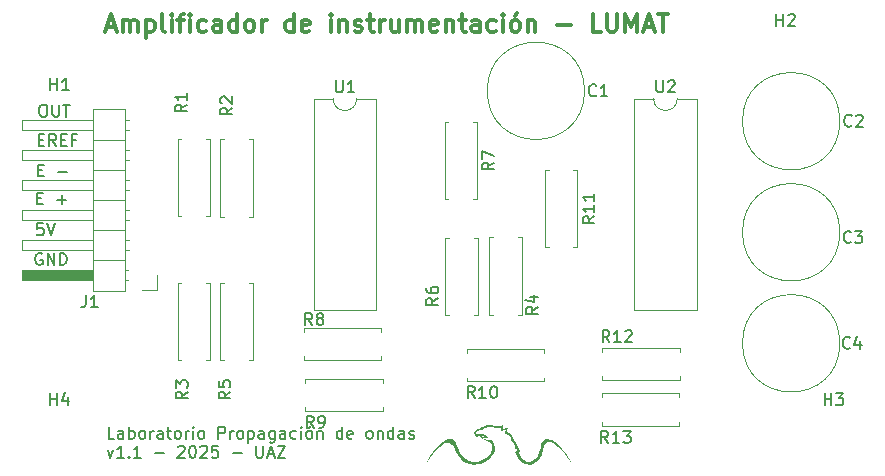
<source format=gbr>
%TF.GenerationSoftware,KiCad,Pcbnew,9.0.4*%
%TF.CreationDate,2025-11-14T19:48:19-06:00*%
%TF.ProjectId,instrument_amplifier,696e7374-7275-46d6-956e-745f616d706c,rev?*%
%TF.SameCoordinates,Original*%
%TF.FileFunction,Legend,Top*%
%TF.FilePolarity,Positive*%
%FSLAX46Y46*%
G04 Gerber Fmt 4.6, Leading zero omitted, Abs format (unit mm)*
G04 Created by KiCad (PCBNEW 9.0.4) date 2025-11-14 19:48:19*
%MOMM*%
%LPD*%
G01*
G04 APERTURE LIST*
%ADD10C,0.150000*%
%ADD11C,0.300000*%
%ADD12C,0.120000*%
%ADD13C,0.000000*%
G04 APERTURE END LIST*
D10*
X59472969Y-77249875D02*
X58996779Y-77249875D01*
X58996779Y-77249875D02*
X58996779Y-76249875D01*
X60234874Y-77249875D02*
X60234874Y-76726065D01*
X60234874Y-76726065D02*
X60187255Y-76630827D01*
X60187255Y-76630827D02*
X60092017Y-76583208D01*
X60092017Y-76583208D02*
X59901541Y-76583208D01*
X59901541Y-76583208D02*
X59806303Y-76630827D01*
X60234874Y-77202256D02*
X60139636Y-77249875D01*
X60139636Y-77249875D02*
X59901541Y-77249875D01*
X59901541Y-77249875D02*
X59806303Y-77202256D01*
X59806303Y-77202256D02*
X59758684Y-77107017D01*
X59758684Y-77107017D02*
X59758684Y-77011779D01*
X59758684Y-77011779D02*
X59806303Y-76916541D01*
X59806303Y-76916541D02*
X59901541Y-76868922D01*
X59901541Y-76868922D02*
X60139636Y-76868922D01*
X60139636Y-76868922D02*
X60234874Y-76821303D01*
X60711065Y-77249875D02*
X60711065Y-76249875D01*
X60711065Y-76630827D02*
X60806303Y-76583208D01*
X60806303Y-76583208D02*
X60996779Y-76583208D01*
X60996779Y-76583208D02*
X61092017Y-76630827D01*
X61092017Y-76630827D02*
X61139636Y-76678446D01*
X61139636Y-76678446D02*
X61187255Y-76773684D01*
X61187255Y-76773684D02*
X61187255Y-77059398D01*
X61187255Y-77059398D02*
X61139636Y-77154636D01*
X61139636Y-77154636D02*
X61092017Y-77202256D01*
X61092017Y-77202256D02*
X60996779Y-77249875D01*
X60996779Y-77249875D02*
X60806303Y-77249875D01*
X60806303Y-77249875D02*
X60711065Y-77202256D01*
X61758684Y-77249875D02*
X61663446Y-77202256D01*
X61663446Y-77202256D02*
X61615827Y-77154636D01*
X61615827Y-77154636D02*
X61568208Y-77059398D01*
X61568208Y-77059398D02*
X61568208Y-76773684D01*
X61568208Y-76773684D02*
X61615827Y-76678446D01*
X61615827Y-76678446D02*
X61663446Y-76630827D01*
X61663446Y-76630827D02*
X61758684Y-76583208D01*
X61758684Y-76583208D02*
X61901541Y-76583208D01*
X61901541Y-76583208D02*
X61996779Y-76630827D01*
X61996779Y-76630827D02*
X62044398Y-76678446D01*
X62044398Y-76678446D02*
X62092017Y-76773684D01*
X62092017Y-76773684D02*
X62092017Y-77059398D01*
X62092017Y-77059398D02*
X62044398Y-77154636D01*
X62044398Y-77154636D02*
X61996779Y-77202256D01*
X61996779Y-77202256D02*
X61901541Y-77249875D01*
X61901541Y-77249875D02*
X61758684Y-77249875D01*
X62520589Y-77249875D02*
X62520589Y-76583208D01*
X62520589Y-76773684D02*
X62568208Y-76678446D01*
X62568208Y-76678446D02*
X62615827Y-76630827D01*
X62615827Y-76630827D02*
X62711065Y-76583208D01*
X62711065Y-76583208D02*
X62806303Y-76583208D01*
X63568208Y-77249875D02*
X63568208Y-76726065D01*
X63568208Y-76726065D02*
X63520589Y-76630827D01*
X63520589Y-76630827D02*
X63425351Y-76583208D01*
X63425351Y-76583208D02*
X63234875Y-76583208D01*
X63234875Y-76583208D02*
X63139637Y-76630827D01*
X63568208Y-77202256D02*
X63472970Y-77249875D01*
X63472970Y-77249875D02*
X63234875Y-77249875D01*
X63234875Y-77249875D02*
X63139637Y-77202256D01*
X63139637Y-77202256D02*
X63092018Y-77107017D01*
X63092018Y-77107017D02*
X63092018Y-77011779D01*
X63092018Y-77011779D02*
X63139637Y-76916541D01*
X63139637Y-76916541D02*
X63234875Y-76868922D01*
X63234875Y-76868922D02*
X63472970Y-76868922D01*
X63472970Y-76868922D02*
X63568208Y-76821303D01*
X63901542Y-76583208D02*
X64282494Y-76583208D01*
X64044399Y-76249875D02*
X64044399Y-77107017D01*
X64044399Y-77107017D02*
X64092018Y-77202256D01*
X64092018Y-77202256D02*
X64187256Y-77249875D01*
X64187256Y-77249875D02*
X64282494Y-77249875D01*
X64758685Y-77249875D02*
X64663447Y-77202256D01*
X64663447Y-77202256D02*
X64615828Y-77154636D01*
X64615828Y-77154636D02*
X64568209Y-77059398D01*
X64568209Y-77059398D02*
X64568209Y-76773684D01*
X64568209Y-76773684D02*
X64615828Y-76678446D01*
X64615828Y-76678446D02*
X64663447Y-76630827D01*
X64663447Y-76630827D02*
X64758685Y-76583208D01*
X64758685Y-76583208D02*
X64901542Y-76583208D01*
X64901542Y-76583208D02*
X64996780Y-76630827D01*
X64996780Y-76630827D02*
X65044399Y-76678446D01*
X65044399Y-76678446D02*
X65092018Y-76773684D01*
X65092018Y-76773684D02*
X65092018Y-77059398D01*
X65092018Y-77059398D02*
X65044399Y-77154636D01*
X65044399Y-77154636D02*
X64996780Y-77202256D01*
X64996780Y-77202256D02*
X64901542Y-77249875D01*
X64901542Y-77249875D02*
X64758685Y-77249875D01*
X65520590Y-77249875D02*
X65520590Y-76583208D01*
X65520590Y-76773684D02*
X65568209Y-76678446D01*
X65568209Y-76678446D02*
X65615828Y-76630827D01*
X65615828Y-76630827D02*
X65711066Y-76583208D01*
X65711066Y-76583208D02*
X65806304Y-76583208D01*
X66139638Y-77249875D02*
X66139638Y-76583208D01*
X66139638Y-76249875D02*
X66092019Y-76297494D01*
X66092019Y-76297494D02*
X66139638Y-76345113D01*
X66139638Y-76345113D02*
X66187257Y-76297494D01*
X66187257Y-76297494D02*
X66139638Y-76249875D01*
X66139638Y-76249875D02*
X66139638Y-76345113D01*
X66758685Y-77249875D02*
X66663447Y-77202256D01*
X66663447Y-77202256D02*
X66615828Y-77154636D01*
X66615828Y-77154636D02*
X66568209Y-77059398D01*
X66568209Y-77059398D02*
X66568209Y-76773684D01*
X66568209Y-76773684D02*
X66615828Y-76678446D01*
X66615828Y-76678446D02*
X66663447Y-76630827D01*
X66663447Y-76630827D02*
X66758685Y-76583208D01*
X66758685Y-76583208D02*
X66901542Y-76583208D01*
X66901542Y-76583208D02*
X66996780Y-76630827D01*
X66996780Y-76630827D02*
X67044399Y-76678446D01*
X67044399Y-76678446D02*
X67092018Y-76773684D01*
X67092018Y-76773684D02*
X67092018Y-77059398D01*
X67092018Y-77059398D02*
X67044399Y-77154636D01*
X67044399Y-77154636D02*
X66996780Y-77202256D01*
X66996780Y-77202256D02*
X66901542Y-77249875D01*
X66901542Y-77249875D02*
X66758685Y-77249875D01*
X68282495Y-77249875D02*
X68282495Y-76249875D01*
X68282495Y-76249875D02*
X68663447Y-76249875D01*
X68663447Y-76249875D02*
X68758685Y-76297494D01*
X68758685Y-76297494D02*
X68806304Y-76345113D01*
X68806304Y-76345113D02*
X68853923Y-76440351D01*
X68853923Y-76440351D02*
X68853923Y-76583208D01*
X68853923Y-76583208D02*
X68806304Y-76678446D01*
X68806304Y-76678446D02*
X68758685Y-76726065D01*
X68758685Y-76726065D02*
X68663447Y-76773684D01*
X68663447Y-76773684D02*
X68282495Y-76773684D01*
X69282495Y-77249875D02*
X69282495Y-76583208D01*
X69282495Y-76773684D02*
X69330114Y-76678446D01*
X69330114Y-76678446D02*
X69377733Y-76630827D01*
X69377733Y-76630827D02*
X69472971Y-76583208D01*
X69472971Y-76583208D02*
X69568209Y-76583208D01*
X70044400Y-77249875D02*
X69949162Y-77202256D01*
X69949162Y-77202256D02*
X69901543Y-77154636D01*
X69901543Y-77154636D02*
X69853924Y-77059398D01*
X69853924Y-77059398D02*
X69853924Y-76773684D01*
X69853924Y-76773684D02*
X69901543Y-76678446D01*
X69901543Y-76678446D02*
X69949162Y-76630827D01*
X69949162Y-76630827D02*
X70044400Y-76583208D01*
X70044400Y-76583208D02*
X70187257Y-76583208D01*
X70187257Y-76583208D02*
X70282495Y-76630827D01*
X70282495Y-76630827D02*
X70330114Y-76678446D01*
X70330114Y-76678446D02*
X70377733Y-76773684D01*
X70377733Y-76773684D02*
X70377733Y-77059398D01*
X70377733Y-77059398D02*
X70330114Y-77154636D01*
X70330114Y-77154636D02*
X70282495Y-77202256D01*
X70282495Y-77202256D02*
X70187257Y-77249875D01*
X70187257Y-77249875D02*
X70044400Y-77249875D01*
X70806305Y-76583208D02*
X70806305Y-77583208D01*
X70806305Y-76630827D02*
X70901543Y-76583208D01*
X70901543Y-76583208D02*
X71092019Y-76583208D01*
X71092019Y-76583208D02*
X71187257Y-76630827D01*
X71187257Y-76630827D02*
X71234876Y-76678446D01*
X71234876Y-76678446D02*
X71282495Y-76773684D01*
X71282495Y-76773684D02*
X71282495Y-77059398D01*
X71282495Y-77059398D02*
X71234876Y-77154636D01*
X71234876Y-77154636D02*
X71187257Y-77202256D01*
X71187257Y-77202256D02*
X71092019Y-77249875D01*
X71092019Y-77249875D02*
X70901543Y-77249875D01*
X70901543Y-77249875D02*
X70806305Y-77202256D01*
X72139638Y-77249875D02*
X72139638Y-76726065D01*
X72139638Y-76726065D02*
X72092019Y-76630827D01*
X72092019Y-76630827D02*
X71996781Y-76583208D01*
X71996781Y-76583208D02*
X71806305Y-76583208D01*
X71806305Y-76583208D02*
X71711067Y-76630827D01*
X72139638Y-77202256D02*
X72044400Y-77249875D01*
X72044400Y-77249875D02*
X71806305Y-77249875D01*
X71806305Y-77249875D02*
X71711067Y-77202256D01*
X71711067Y-77202256D02*
X71663448Y-77107017D01*
X71663448Y-77107017D02*
X71663448Y-77011779D01*
X71663448Y-77011779D02*
X71711067Y-76916541D01*
X71711067Y-76916541D02*
X71806305Y-76868922D01*
X71806305Y-76868922D02*
X72044400Y-76868922D01*
X72044400Y-76868922D02*
X72139638Y-76821303D01*
X73044400Y-76583208D02*
X73044400Y-77392732D01*
X73044400Y-77392732D02*
X72996781Y-77487970D01*
X72996781Y-77487970D02*
X72949162Y-77535589D01*
X72949162Y-77535589D02*
X72853924Y-77583208D01*
X72853924Y-77583208D02*
X72711067Y-77583208D01*
X72711067Y-77583208D02*
X72615829Y-77535589D01*
X73044400Y-77202256D02*
X72949162Y-77249875D01*
X72949162Y-77249875D02*
X72758686Y-77249875D01*
X72758686Y-77249875D02*
X72663448Y-77202256D01*
X72663448Y-77202256D02*
X72615829Y-77154636D01*
X72615829Y-77154636D02*
X72568210Y-77059398D01*
X72568210Y-77059398D02*
X72568210Y-76773684D01*
X72568210Y-76773684D02*
X72615829Y-76678446D01*
X72615829Y-76678446D02*
X72663448Y-76630827D01*
X72663448Y-76630827D02*
X72758686Y-76583208D01*
X72758686Y-76583208D02*
X72949162Y-76583208D01*
X72949162Y-76583208D02*
X73044400Y-76630827D01*
X73949162Y-77249875D02*
X73949162Y-76726065D01*
X73949162Y-76726065D02*
X73901543Y-76630827D01*
X73901543Y-76630827D02*
X73806305Y-76583208D01*
X73806305Y-76583208D02*
X73615829Y-76583208D01*
X73615829Y-76583208D02*
X73520591Y-76630827D01*
X73949162Y-77202256D02*
X73853924Y-77249875D01*
X73853924Y-77249875D02*
X73615829Y-77249875D01*
X73615829Y-77249875D02*
X73520591Y-77202256D01*
X73520591Y-77202256D02*
X73472972Y-77107017D01*
X73472972Y-77107017D02*
X73472972Y-77011779D01*
X73472972Y-77011779D02*
X73520591Y-76916541D01*
X73520591Y-76916541D02*
X73615829Y-76868922D01*
X73615829Y-76868922D02*
X73853924Y-76868922D01*
X73853924Y-76868922D02*
X73949162Y-76821303D01*
X74853924Y-77202256D02*
X74758686Y-77249875D01*
X74758686Y-77249875D02*
X74568210Y-77249875D01*
X74568210Y-77249875D02*
X74472972Y-77202256D01*
X74472972Y-77202256D02*
X74425353Y-77154636D01*
X74425353Y-77154636D02*
X74377734Y-77059398D01*
X74377734Y-77059398D02*
X74377734Y-76773684D01*
X74377734Y-76773684D02*
X74425353Y-76678446D01*
X74425353Y-76678446D02*
X74472972Y-76630827D01*
X74472972Y-76630827D02*
X74568210Y-76583208D01*
X74568210Y-76583208D02*
X74758686Y-76583208D01*
X74758686Y-76583208D02*
X74853924Y-76630827D01*
X75282496Y-77249875D02*
X75282496Y-76583208D01*
X75282496Y-76249875D02*
X75234877Y-76297494D01*
X75234877Y-76297494D02*
X75282496Y-76345113D01*
X75282496Y-76345113D02*
X75330115Y-76297494D01*
X75330115Y-76297494D02*
X75282496Y-76249875D01*
X75282496Y-76249875D02*
X75282496Y-76345113D01*
X75901543Y-77249875D02*
X75806305Y-77202256D01*
X75806305Y-77202256D02*
X75758686Y-77154636D01*
X75758686Y-77154636D02*
X75711067Y-77059398D01*
X75711067Y-77059398D02*
X75711067Y-76773684D01*
X75711067Y-76773684D02*
X75758686Y-76678446D01*
X75758686Y-76678446D02*
X75806305Y-76630827D01*
X75806305Y-76630827D02*
X75901543Y-76583208D01*
X75901543Y-76583208D02*
X76044400Y-76583208D01*
X76044400Y-76583208D02*
X76139638Y-76630827D01*
X76139638Y-76630827D02*
X76187257Y-76678446D01*
X76187257Y-76678446D02*
X76234876Y-76773684D01*
X76234876Y-76773684D02*
X76234876Y-77059398D01*
X76234876Y-77059398D02*
X76187257Y-77154636D01*
X76187257Y-77154636D02*
X76139638Y-77202256D01*
X76139638Y-77202256D02*
X76044400Y-77249875D01*
X76044400Y-77249875D02*
X75901543Y-77249875D01*
X76092019Y-76202256D02*
X75949162Y-76345113D01*
X76663448Y-76583208D02*
X76663448Y-77249875D01*
X76663448Y-76678446D02*
X76711067Y-76630827D01*
X76711067Y-76630827D02*
X76806305Y-76583208D01*
X76806305Y-76583208D02*
X76949162Y-76583208D01*
X76949162Y-76583208D02*
X77044400Y-76630827D01*
X77044400Y-76630827D02*
X77092019Y-76726065D01*
X77092019Y-76726065D02*
X77092019Y-77249875D01*
X78758686Y-77249875D02*
X78758686Y-76249875D01*
X78758686Y-77202256D02*
X78663448Y-77249875D01*
X78663448Y-77249875D02*
X78472972Y-77249875D01*
X78472972Y-77249875D02*
X78377734Y-77202256D01*
X78377734Y-77202256D02*
X78330115Y-77154636D01*
X78330115Y-77154636D02*
X78282496Y-77059398D01*
X78282496Y-77059398D02*
X78282496Y-76773684D01*
X78282496Y-76773684D02*
X78330115Y-76678446D01*
X78330115Y-76678446D02*
X78377734Y-76630827D01*
X78377734Y-76630827D02*
X78472972Y-76583208D01*
X78472972Y-76583208D02*
X78663448Y-76583208D01*
X78663448Y-76583208D02*
X78758686Y-76630827D01*
X79615829Y-77202256D02*
X79520591Y-77249875D01*
X79520591Y-77249875D02*
X79330115Y-77249875D01*
X79330115Y-77249875D02*
X79234877Y-77202256D01*
X79234877Y-77202256D02*
X79187258Y-77107017D01*
X79187258Y-77107017D02*
X79187258Y-76726065D01*
X79187258Y-76726065D02*
X79234877Y-76630827D01*
X79234877Y-76630827D02*
X79330115Y-76583208D01*
X79330115Y-76583208D02*
X79520591Y-76583208D01*
X79520591Y-76583208D02*
X79615829Y-76630827D01*
X79615829Y-76630827D02*
X79663448Y-76726065D01*
X79663448Y-76726065D02*
X79663448Y-76821303D01*
X79663448Y-76821303D02*
X79187258Y-76916541D01*
X80996782Y-77249875D02*
X80901544Y-77202256D01*
X80901544Y-77202256D02*
X80853925Y-77154636D01*
X80853925Y-77154636D02*
X80806306Y-77059398D01*
X80806306Y-77059398D02*
X80806306Y-76773684D01*
X80806306Y-76773684D02*
X80853925Y-76678446D01*
X80853925Y-76678446D02*
X80901544Y-76630827D01*
X80901544Y-76630827D02*
X80996782Y-76583208D01*
X80996782Y-76583208D02*
X81139639Y-76583208D01*
X81139639Y-76583208D02*
X81234877Y-76630827D01*
X81234877Y-76630827D02*
X81282496Y-76678446D01*
X81282496Y-76678446D02*
X81330115Y-76773684D01*
X81330115Y-76773684D02*
X81330115Y-77059398D01*
X81330115Y-77059398D02*
X81282496Y-77154636D01*
X81282496Y-77154636D02*
X81234877Y-77202256D01*
X81234877Y-77202256D02*
X81139639Y-77249875D01*
X81139639Y-77249875D02*
X80996782Y-77249875D01*
X81758687Y-76583208D02*
X81758687Y-77249875D01*
X81758687Y-76678446D02*
X81806306Y-76630827D01*
X81806306Y-76630827D02*
X81901544Y-76583208D01*
X81901544Y-76583208D02*
X82044401Y-76583208D01*
X82044401Y-76583208D02*
X82139639Y-76630827D01*
X82139639Y-76630827D02*
X82187258Y-76726065D01*
X82187258Y-76726065D02*
X82187258Y-77249875D01*
X83092020Y-77249875D02*
X83092020Y-76249875D01*
X83092020Y-77202256D02*
X82996782Y-77249875D01*
X82996782Y-77249875D02*
X82806306Y-77249875D01*
X82806306Y-77249875D02*
X82711068Y-77202256D01*
X82711068Y-77202256D02*
X82663449Y-77154636D01*
X82663449Y-77154636D02*
X82615830Y-77059398D01*
X82615830Y-77059398D02*
X82615830Y-76773684D01*
X82615830Y-76773684D02*
X82663449Y-76678446D01*
X82663449Y-76678446D02*
X82711068Y-76630827D01*
X82711068Y-76630827D02*
X82806306Y-76583208D01*
X82806306Y-76583208D02*
X82996782Y-76583208D01*
X82996782Y-76583208D02*
X83092020Y-76630827D01*
X83996782Y-77249875D02*
X83996782Y-76726065D01*
X83996782Y-76726065D02*
X83949163Y-76630827D01*
X83949163Y-76630827D02*
X83853925Y-76583208D01*
X83853925Y-76583208D02*
X83663449Y-76583208D01*
X83663449Y-76583208D02*
X83568211Y-76630827D01*
X83996782Y-77202256D02*
X83901544Y-77249875D01*
X83901544Y-77249875D02*
X83663449Y-77249875D01*
X83663449Y-77249875D02*
X83568211Y-77202256D01*
X83568211Y-77202256D02*
X83520592Y-77107017D01*
X83520592Y-77107017D02*
X83520592Y-77011779D01*
X83520592Y-77011779D02*
X83568211Y-76916541D01*
X83568211Y-76916541D02*
X83663449Y-76868922D01*
X83663449Y-76868922D02*
X83901544Y-76868922D01*
X83901544Y-76868922D02*
X83996782Y-76821303D01*
X84425354Y-77202256D02*
X84520592Y-77249875D01*
X84520592Y-77249875D02*
X84711068Y-77249875D01*
X84711068Y-77249875D02*
X84806306Y-77202256D01*
X84806306Y-77202256D02*
X84853925Y-77107017D01*
X84853925Y-77107017D02*
X84853925Y-77059398D01*
X84853925Y-77059398D02*
X84806306Y-76964160D01*
X84806306Y-76964160D02*
X84711068Y-76916541D01*
X84711068Y-76916541D02*
X84568211Y-76916541D01*
X84568211Y-76916541D02*
X84472973Y-76868922D01*
X84472973Y-76868922D02*
X84425354Y-76773684D01*
X84425354Y-76773684D02*
X84425354Y-76726065D01*
X84425354Y-76726065D02*
X84472973Y-76630827D01*
X84472973Y-76630827D02*
X84568211Y-76583208D01*
X84568211Y-76583208D02*
X84711068Y-76583208D01*
X84711068Y-76583208D02*
X84806306Y-76630827D01*
X58901541Y-78193152D02*
X59139636Y-78859819D01*
X59139636Y-78859819D02*
X59377731Y-78193152D01*
X60282493Y-78859819D02*
X59711065Y-78859819D01*
X59996779Y-78859819D02*
X59996779Y-77859819D01*
X59996779Y-77859819D02*
X59901541Y-78002676D01*
X59901541Y-78002676D02*
X59806303Y-78097914D01*
X59806303Y-78097914D02*
X59711065Y-78145533D01*
X60711065Y-78764580D02*
X60758684Y-78812200D01*
X60758684Y-78812200D02*
X60711065Y-78859819D01*
X60711065Y-78859819D02*
X60663446Y-78812200D01*
X60663446Y-78812200D02*
X60711065Y-78764580D01*
X60711065Y-78764580D02*
X60711065Y-78859819D01*
X61711064Y-78859819D02*
X61139636Y-78859819D01*
X61425350Y-78859819D02*
X61425350Y-77859819D01*
X61425350Y-77859819D02*
X61330112Y-78002676D01*
X61330112Y-78002676D02*
X61234874Y-78097914D01*
X61234874Y-78097914D02*
X61139636Y-78145533D01*
X62901541Y-78478866D02*
X63663446Y-78478866D01*
X64853922Y-77955057D02*
X64901541Y-77907438D01*
X64901541Y-77907438D02*
X64996779Y-77859819D01*
X64996779Y-77859819D02*
X65234874Y-77859819D01*
X65234874Y-77859819D02*
X65330112Y-77907438D01*
X65330112Y-77907438D02*
X65377731Y-77955057D01*
X65377731Y-77955057D02*
X65425350Y-78050295D01*
X65425350Y-78050295D02*
X65425350Y-78145533D01*
X65425350Y-78145533D02*
X65377731Y-78288390D01*
X65377731Y-78288390D02*
X64806303Y-78859819D01*
X64806303Y-78859819D02*
X65425350Y-78859819D01*
X66044398Y-77859819D02*
X66139636Y-77859819D01*
X66139636Y-77859819D02*
X66234874Y-77907438D01*
X66234874Y-77907438D02*
X66282493Y-77955057D01*
X66282493Y-77955057D02*
X66330112Y-78050295D01*
X66330112Y-78050295D02*
X66377731Y-78240771D01*
X66377731Y-78240771D02*
X66377731Y-78478866D01*
X66377731Y-78478866D02*
X66330112Y-78669342D01*
X66330112Y-78669342D02*
X66282493Y-78764580D01*
X66282493Y-78764580D02*
X66234874Y-78812200D01*
X66234874Y-78812200D02*
X66139636Y-78859819D01*
X66139636Y-78859819D02*
X66044398Y-78859819D01*
X66044398Y-78859819D02*
X65949160Y-78812200D01*
X65949160Y-78812200D02*
X65901541Y-78764580D01*
X65901541Y-78764580D02*
X65853922Y-78669342D01*
X65853922Y-78669342D02*
X65806303Y-78478866D01*
X65806303Y-78478866D02*
X65806303Y-78240771D01*
X65806303Y-78240771D02*
X65853922Y-78050295D01*
X65853922Y-78050295D02*
X65901541Y-77955057D01*
X65901541Y-77955057D02*
X65949160Y-77907438D01*
X65949160Y-77907438D02*
X66044398Y-77859819D01*
X66758684Y-77955057D02*
X66806303Y-77907438D01*
X66806303Y-77907438D02*
X66901541Y-77859819D01*
X66901541Y-77859819D02*
X67139636Y-77859819D01*
X67139636Y-77859819D02*
X67234874Y-77907438D01*
X67234874Y-77907438D02*
X67282493Y-77955057D01*
X67282493Y-77955057D02*
X67330112Y-78050295D01*
X67330112Y-78050295D02*
X67330112Y-78145533D01*
X67330112Y-78145533D02*
X67282493Y-78288390D01*
X67282493Y-78288390D02*
X66711065Y-78859819D01*
X66711065Y-78859819D02*
X67330112Y-78859819D01*
X68234874Y-77859819D02*
X67758684Y-77859819D01*
X67758684Y-77859819D02*
X67711065Y-78336009D01*
X67711065Y-78336009D02*
X67758684Y-78288390D01*
X67758684Y-78288390D02*
X67853922Y-78240771D01*
X67853922Y-78240771D02*
X68092017Y-78240771D01*
X68092017Y-78240771D02*
X68187255Y-78288390D01*
X68187255Y-78288390D02*
X68234874Y-78336009D01*
X68234874Y-78336009D02*
X68282493Y-78431247D01*
X68282493Y-78431247D02*
X68282493Y-78669342D01*
X68282493Y-78669342D02*
X68234874Y-78764580D01*
X68234874Y-78764580D02*
X68187255Y-78812200D01*
X68187255Y-78812200D02*
X68092017Y-78859819D01*
X68092017Y-78859819D02*
X67853922Y-78859819D01*
X67853922Y-78859819D02*
X67758684Y-78812200D01*
X67758684Y-78812200D02*
X67711065Y-78764580D01*
X69472970Y-78478866D02*
X70234875Y-78478866D01*
X71472970Y-77859819D02*
X71472970Y-78669342D01*
X71472970Y-78669342D02*
X71520589Y-78764580D01*
X71520589Y-78764580D02*
X71568208Y-78812200D01*
X71568208Y-78812200D02*
X71663446Y-78859819D01*
X71663446Y-78859819D02*
X71853922Y-78859819D01*
X71853922Y-78859819D02*
X71949160Y-78812200D01*
X71949160Y-78812200D02*
X71996779Y-78764580D01*
X71996779Y-78764580D02*
X72044398Y-78669342D01*
X72044398Y-78669342D02*
X72044398Y-77859819D01*
X72472970Y-78574104D02*
X72949160Y-78574104D01*
X72377732Y-78859819D02*
X72711065Y-77859819D01*
X72711065Y-77859819D02*
X73044398Y-78859819D01*
X73282494Y-77859819D02*
X73949160Y-77859819D01*
X73949160Y-77859819D02*
X73282494Y-78859819D01*
X73282494Y-78859819D02*
X73949160Y-78859819D01*
X53367255Y-48979819D02*
X53557731Y-48979819D01*
X53557731Y-48979819D02*
X53652969Y-49027438D01*
X53652969Y-49027438D02*
X53748207Y-49122676D01*
X53748207Y-49122676D02*
X53795826Y-49313152D01*
X53795826Y-49313152D02*
X53795826Y-49646485D01*
X53795826Y-49646485D02*
X53748207Y-49836961D01*
X53748207Y-49836961D02*
X53652969Y-49932200D01*
X53652969Y-49932200D02*
X53557731Y-49979819D01*
X53557731Y-49979819D02*
X53367255Y-49979819D01*
X53367255Y-49979819D02*
X53272017Y-49932200D01*
X53272017Y-49932200D02*
X53176779Y-49836961D01*
X53176779Y-49836961D02*
X53129160Y-49646485D01*
X53129160Y-49646485D02*
X53129160Y-49313152D01*
X53129160Y-49313152D02*
X53176779Y-49122676D01*
X53176779Y-49122676D02*
X53272017Y-49027438D01*
X53272017Y-49027438D02*
X53367255Y-48979819D01*
X54224398Y-48979819D02*
X54224398Y-49789342D01*
X54224398Y-49789342D02*
X54272017Y-49884580D01*
X54272017Y-49884580D02*
X54319636Y-49932200D01*
X54319636Y-49932200D02*
X54414874Y-49979819D01*
X54414874Y-49979819D02*
X54605350Y-49979819D01*
X54605350Y-49979819D02*
X54700588Y-49932200D01*
X54700588Y-49932200D02*
X54748207Y-49884580D01*
X54748207Y-49884580D02*
X54795826Y-49789342D01*
X54795826Y-49789342D02*
X54795826Y-48979819D01*
X55129160Y-48979819D02*
X55700588Y-48979819D01*
X55414874Y-49979819D02*
X55414874Y-48979819D01*
X53056779Y-51936009D02*
X53390112Y-51936009D01*
X53532969Y-52459819D02*
X53056779Y-52459819D01*
X53056779Y-52459819D02*
X53056779Y-51459819D01*
X53056779Y-51459819D02*
X53532969Y-51459819D01*
X54532969Y-52459819D02*
X54199636Y-51983628D01*
X53961541Y-52459819D02*
X53961541Y-51459819D01*
X53961541Y-51459819D02*
X54342493Y-51459819D01*
X54342493Y-51459819D02*
X54437731Y-51507438D01*
X54437731Y-51507438D02*
X54485350Y-51555057D01*
X54485350Y-51555057D02*
X54532969Y-51650295D01*
X54532969Y-51650295D02*
X54532969Y-51793152D01*
X54532969Y-51793152D02*
X54485350Y-51888390D01*
X54485350Y-51888390D02*
X54437731Y-51936009D01*
X54437731Y-51936009D02*
X54342493Y-51983628D01*
X54342493Y-51983628D02*
X53961541Y-51983628D01*
X54961541Y-51936009D02*
X55294874Y-51936009D01*
X55437731Y-52459819D02*
X54961541Y-52459819D01*
X54961541Y-52459819D02*
X54961541Y-51459819D01*
X54961541Y-51459819D02*
X55437731Y-51459819D01*
X56199636Y-51936009D02*
X55866303Y-51936009D01*
X55866303Y-52459819D02*
X55866303Y-51459819D01*
X55866303Y-51459819D02*
X56342493Y-51459819D01*
X53036779Y-54526009D02*
X53370112Y-54526009D01*
X53512969Y-55049819D02*
X53036779Y-55049819D01*
X53036779Y-55049819D02*
X53036779Y-54049819D01*
X53036779Y-54049819D02*
X53512969Y-54049819D01*
X54703446Y-54668866D02*
X55465351Y-54668866D01*
X53432969Y-59019819D02*
X52956779Y-59019819D01*
X52956779Y-59019819D02*
X52909160Y-59496009D01*
X52909160Y-59496009D02*
X52956779Y-59448390D01*
X52956779Y-59448390D02*
X53052017Y-59400771D01*
X53052017Y-59400771D02*
X53290112Y-59400771D01*
X53290112Y-59400771D02*
X53385350Y-59448390D01*
X53385350Y-59448390D02*
X53432969Y-59496009D01*
X53432969Y-59496009D02*
X53480588Y-59591247D01*
X53480588Y-59591247D02*
X53480588Y-59829342D01*
X53480588Y-59829342D02*
X53432969Y-59924580D01*
X53432969Y-59924580D02*
X53385350Y-59972200D01*
X53385350Y-59972200D02*
X53290112Y-60019819D01*
X53290112Y-60019819D02*
X53052017Y-60019819D01*
X53052017Y-60019819D02*
X52956779Y-59972200D01*
X52956779Y-59972200D02*
X52909160Y-59924580D01*
X53766303Y-59019819D02*
X54099636Y-60019819D01*
X54099636Y-60019819D02*
X54432969Y-59019819D01*
X53340588Y-61587438D02*
X53245350Y-61539819D01*
X53245350Y-61539819D02*
X53102493Y-61539819D01*
X53102493Y-61539819D02*
X52959636Y-61587438D01*
X52959636Y-61587438D02*
X52864398Y-61682676D01*
X52864398Y-61682676D02*
X52816779Y-61777914D01*
X52816779Y-61777914D02*
X52769160Y-61968390D01*
X52769160Y-61968390D02*
X52769160Y-62111247D01*
X52769160Y-62111247D02*
X52816779Y-62301723D01*
X52816779Y-62301723D02*
X52864398Y-62396961D01*
X52864398Y-62396961D02*
X52959636Y-62492200D01*
X52959636Y-62492200D02*
X53102493Y-62539819D01*
X53102493Y-62539819D02*
X53197731Y-62539819D01*
X53197731Y-62539819D02*
X53340588Y-62492200D01*
X53340588Y-62492200D02*
X53388207Y-62444580D01*
X53388207Y-62444580D02*
X53388207Y-62111247D01*
X53388207Y-62111247D02*
X53197731Y-62111247D01*
X53816779Y-62539819D02*
X53816779Y-61539819D01*
X53816779Y-61539819D02*
X54388207Y-62539819D01*
X54388207Y-62539819D02*
X54388207Y-61539819D01*
X54864398Y-62539819D02*
X54864398Y-61539819D01*
X54864398Y-61539819D02*
X55102493Y-61539819D01*
X55102493Y-61539819D02*
X55245350Y-61587438D01*
X55245350Y-61587438D02*
X55340588Y-61682676D01*
X55340588Y-61682676D02*
X55388207Y-61777914D01*
X55388207Y-61777914D02*
X55435826Y-61968390D01*
X55435826Y-61968390D02*
X55435826Y-62111247D01*
X55435826Y-62111247D02*
X55388207Y-62301723D01*
X55388207Y-62301723D02*
X55340588Y-62396961D01*
X55340588Y-62396961D02*
X55245350Y-62492200D01*
X55245350Y-62492200D02*
X55102493Y-62539819D01*
X55102493Y-62539819D02*
X54864398Y-62539819D01*
D11*
X58813082Y-42362257D02*
X59527368Y-42362257D01*
X58670225Y-42790828D02*
X59170225Y-41290828D01*
X59170225Y-41290828D02*
X59670225Y-42790828D01*
X60170224Y-42790828D02*
X60170224Y-41790828D01*
X60170224Y-41933685D02*
X60241653Y-41862257D01*
X60241653Y-41862257D02*
X60384510Y-41790828D01*
X60384510Y-41790828D02*
X60598796Y-41790828D01*
X60598796Y-41790828D02*
X60741653Y-41862257D01*
X60741653Y-41862257D02*
X60813082Y-42005114D01*
X60813082Y-42005114D02*
X60813082Y-42790828D01*
X60813082Y-42005114D02*
X60884510Y-41862257D01*
X60884510Y-41862257D02*
X61027367Y-41790828D01*
X61027367Y-41790828D02*
X61241653Y-41790828D01*
X61241653Y-41790828D02*
X61384510Y-41862257D01*
X61384510Y-41862257D02*
X61455939Y-42005114D01*
X61455939Y-42005114D02*
X61455939Y-42790828D01*
X62170224Y-41790828D02*
X62170224Y-43290828D01*
X62170224Y-41862257D02*
X62313082Y-41790828D01*
X62313082Y-41790828D02*
X62598796Y-41790828D01*
X62598796Y-41790828D02*
X62741653Y-41862257D01*
X62741653Y-41862257D02*
X62813082Y-41933685D01*
X62813082Y-41933685D02*
X62884510Y-42076542D01*
X62884510Y-42076542D02*
X62884510Y-42505114D01*
X62884510Y-42505114D02*
X62813082Y-42647971D01*
X62813082Y-42647971D02*
X62741653Y-42719400D01*
X62741653Y-42719400D02*
X62598796Y-42790828D01*
X62598796Y-42790828D02*
X62313082Y-42790828D01*
X62313082Y-42790828D02*
X62170224Y-42719400D01*
X63741653Y-42790828D02*
X63598796Y-42719400D01*
X63598796Y-42719400D02*
X63527367Y-42576542D01*
X63527367Y-42576542D02*
X63527367Y-41290828D01*
X64313081Y-42790828D02*
X64313081Y-41790828D01*
X64313081Y-41290828D02*
X64241653Y-41362257D01*
X64241653Y-41362257D02*
X64313081Y-41433685D01*
X64313081Y-41433685D02*
X64384510Y-41362257D01*
X64384510Y-41362257D02*
X64313081Y-41290828D01*
X64313081Y-41290828D02*
X64313081Y-41433685D01*
X64813082Y-41790828D02*
X65384510Y-41790828D01*
X65027367Y-42790828D02*
X65027367Y-41505114D01*
X65027367Y-41505114D02*
X65098796Y-41362257D01*
X65098796Y-41362257D02*
X65241653Y-41290828D01*
X65241653Y-41290828D02*
X65384510Y-41290828D01*
X65884510Y-42790828D02*
X65884510Y-41790828D01*
X65884510Y-41290828D02*
X65813082Y-41362257D01*
X65813082Y-41362257D02*
X65884510Y-41433685D01*
X65884510Y-41433685D02*
X65955939Y-41362257D01*
X65955939Y-41362257D02*
X65884510Y-41290828D01*
X65884510Y-41290828D02*
X65884510Y-41433685D01*
X67241654Y-42719400D02*
X67098796Y-42790828D01*
X67098796Y-42790828D02*
X66813082Y-42790828D01*
X66813082Y-42790828D02*
X66670225Y-42719400D01*
X66670225Y-42719400D02*
X66598796Y-42647971D01*
X66598796Y-42647971D02*
X66527368Y-42505114D01*
X66527368Y-42505114D02*
X66527368Y-42076542D01*
X66527368Y-42076542D02*
X66598796Y-41933685D01*
X66598796Y-41933685D02*
X66670225Y-41862257D01*
X66670225Y-41862257D02*
X66813082Y-41790828D01*
X66813082Y-41790828D02*
X67098796Y-41790828D01*
X67098796Y-41790828D02*
X67241654Y-41862257D01*
X68527368Y-42790828D02*
X68527368Y-42005114D01*
X68527368Y-42005114D02*
X68455939Y-41862257D01*
X68455939Y-41862257D02*
X68313082Y-41790828D01*
X68313082Y-41790828D02*
X68027368Y-41790828D01*
X68027368Y-41790828D02*
X67884510Y-41862257D01*
X68527368Y-42719400D02*
X68384510Y-42790828D01*
X68384510Y-42790828D02*
X68027368Y-42790828D01*
X68027368Y-42790828D02*
X67884510Y-42719400D01*
X67884510Y-42719400D02*
X67813082Y-42576542D01*
X67813082Y-42576542D02*
X67813082Y-42433685D01*
X67813082Y-42433685D02*
X67884510Y-42290828D01*
X67884510Y-42290828D02*
X68027368Y-42219400D01*
X68027368Y-42219400D02*
X68384510Y-42219400D01*
X68384510Y-42219400D02*
X68527368Y-42147971D01*
X69884511Y-42790828D02*
X69884511Y-41290828D01*
X69884511Y-42719400D02*
X69741653Y-42790828D01*
X69741653Y-42790828D02*
X69455939Y-42790828D01*
X69455939Y-42790828D02*
X69313082Y-42719400D01*
X69313082Y-42719400D02*
X69241653Y-42647971D01*
X69241653Y-42647971D02*
X69170225Y-42505114D01*
X69170225Y-42505114D02*
X69170225Y-42076542D01*
X69170225Y-42076542D02*
X69241653Y-41933685D01*
X69241653Y-41933685D02*
X69313082Y-41862257D01*
X69313082Y-41862257D02*
X69455939Y-41790828D01*
X69455939Y-41790828D02*
X69741653Y-41790828D01*
X69741653Y-41790828D02*
X69884511Y-41862257D01*
X70813082Y-42790828D02*
X70670225Y-42719400D01*
X70670225Y-42719400D02*
X70598796Y-42647971D01*
X70598796Y-42647971D02*
X70527368Y-42505114D01*
X70527368Y-42505114D02*
X70527368Y-42076542D01*
X70527368Y-42076542D02*
X70598796Y-41933685D01*
X70598796Y-41933685D02*
X70670225Y-41862257D01*
X70670225Y-41862257D02*
X70813082Y-41790828D01*
X70813082Y-41790828D02*
X71027368Y-41790828D01*
X71027368Y-41790828D02*
X71170225Y-41862257D01*
X71170225Y-41862257D02*
X71241654Y-41933685D01*
X71241654Y-41933685D02*
X71313082Y-42076542D01*
X71313082Y-42076542D02*
X71313082Y-42505114D01*
X71313082Y-42505114D02*
X71241654Y-42647971D01*
X71241654Y-42647971D02*
X71170225Y-42719400D01*
X71170225Y-42719400D02*
X71027368Y-42790828D01*
X71027368Y-42790828D02*
X70813082Y-42790828D01*
X71955939Y-42790828D02*
X71955939Y-41790828D01*
X71955939Y-42076542D02*
X72027368Y-41933685D01*
X72027368Y-41933685D02*
X72098797Y-41862257D01*
X72098797Y-41862257D02*
X72241654Y-41790828D01*
X72241654Y-41790828D02*
X72384511Y-41790828D01*
X74670225Y-42790828D02*
X74670225Y-41290828D01*
X74670225Y-42719400D02*
X74527367Y-42790828D01*
X74527367Y-42790828D02*
X74241653Y-42790828D01*
X74241653Y-42790828D02*
X74098796Y-42719400D01*
X74098796Y-42719400D02*
X74027367Y-42647971D01*
X74027367Y-42647971D02*
X73955939Y-42505114D01*
X73955939Y-42505114D02*
X73955939Y-42076542D01*
X73955939Y-42076542D02*
X74027367Y-41933685D01*
X74027367Y-41933685D02*
X74098796Y-41862257D01*
X74098796Y-41862257D02*
X74241653Y-41790828D01*
X74241653Y-41790828D02*
X74527367Y-41790828D01*
X74527367Y-41790828D02*
X74670225Y-41862257D01*
X75955939Y-42719400D02*
X75813082Y-42790828D01*
X75813082Y-42790828D02*
X75527368Y-42790828D01*
X75527368Y-42790828D02*
X75384510Y-42719400D01*
X75384510Y-42719400D02*
X75313082Y-42576542D01*
X75313082Y-42576542D02*
X75313082Y-42005114D01*
X75313082Y-42005114D02*
X75384510Y-41862257D01*
X75384510Y-41862257D02*
X75527368Y-41790828D01*
X75527368Y-41790828D02*
X75813082Y-41790828D01*
X75813082Y-41790828D02*
X75955939Y-41862257D01*
X75955939Y-41862257D02*
X76027368Y-42005114D01*
X76027368Y-42005114D02*
X76027368Y-42147971D01*
X76027368Y-42147971D02*
X75313082Y-42290828D01*
X77813081Y-42790828D02*
X77813081Y-41790828D01*
X77813081Y-41290828D02*
X77741653Y-41362257D01*
X77741653Y-41362257D02*
X77813081Y-41433685D01*
X77813081Y-41433685D02*
X77884510Y-41362257D01*
X77884510Y-41362257D02*
X77813081Y-41290828D01*
X77813081Y-41290828D02*
X77813081Y-41433685D01*
X78527367Y-41790828D02*
X78527367Y-42790828D01*
X78527367Y-41933685D02*
X78598796Y-41862257D01*
X78598796Y-41862257D02*
X78741653Y-41790828D01*
X78741653Y-41790828D02*
X78955939Y-41790828D01*
X78955939Y-41790828D02*
X79098796Y-41862257D01*
X79098796Y-41862257D02*
X79170225Y-42005114D01*
X79170225Y-42005114D02*
X79170225Y-42790828D01*
X79813082Y-42719400D02*
X79955939Y-42790828D01*
X79955939Y-42790828D02*
X80241653Y-42790828D01*
X80241653Y-42790828D02*
X80384510Y-42719400D01*
X80384510Y-42719400D02*
X80455939Y-42576542D01*
X80455939Y-42576542D02*
X80455939Y-42505114D01*
X80455939Y-42505114D02*
X80384510Y-42362257D01*
X80384510Y-42362257D02*
X80241653Y-42290828D01*
X80241653Y-42290828D02*
X80027368Y-42290828D01*
X80027368Y-42290828D02*
X79884510Y-42219400D01*
X79884510Y-42219400D02*
X79813082Y-42076542D01*
X79813082Y-42076542D02*
X79813082Y-42005114D01*
X79813082Y-42005114D02*
X79884510Y-41862257D01*
X79884510Y-41862257D02*
X80027368Y-41790828D01*
X80027368Y-41790828D02*
X80241653Y-41790828D01*
X80241653Y-41790828D02*
X80384510Y-41862257D01*
X80884511Y-41790828D02*
X81455939Y-41790828D01*
X81098796Y-41290828D02*
X81098796Y-42576542D01*
X81098796Y-42576542D02*
X81170225Y-42719400D01*
X81170225Y-42719400D02*
X81313082Y-42790828D01*
X81313082Y-42790828D02*
X81455939Y-42790828D01*
X81955939Y-42790828D02*
X81955939Y-41790828D01*
X81955939Y-42076542D02*
X82027368Y-41933685D01*
X82027368Y-41933685D02*
X82098797Y-41862257D01*
X82098797Y-41862257D02*
X82241654Y-41790828D01*
X82241654Y-41790828D02*
X82384511Y-41790828D01*
X83527368Y-41790828D02*
X83527368Y-42790828D01*
X82884510Y-41790828D02*
X82884510Y-42576542D01*
X82884510Y-42576542D02*
X82955939Y-42719400D01*
X82955939Y-42719400D02*
X83098796Y-42790828D01*
X83098796Y-42790828D02*
X83313082Y-42790828D01*
X83313082Y-42790828D02*
X83455939Y-42719400D01*
X83455939Y-42719400D02*
X83527368Y-42647971D01*
X84241653Y-42790828D02*
X84241653Y-41790828D01*
X84241653Y-41933685D02*
X84313082Y-41862257D01*
X84313082Y-41862257D02*
X84455939Y-41790828D01*
X84455939Y-41790828D02*
X84670225Y-41790828D01*
X84670225Y-41790828D02*
X84813082Y-41862257D01*
X84813082Y-41862257D02*
X84884511Y-42005114D01*
X84884511Y-42005114D02*
X84884511Y-42790828D01*
X84884511Y-42005114D02*
X84955939Y-41862257D01*
X84955939Y-41862257D02*
X85098796Y-41790828D01*
X85098796Y-41790828D02*
X85313082Y-41790828D01*
X85313082Y-41790828D02*
X85455939Y-41862257D01*
X85455939Y-41862257D02*
X85527368Y-42005114D01*
X85527368Y-42005114D02*
X85527368Y-42790828D01*
X86813082Y-42719400D02*
X86670225Y-42790828D01*
X86670225Y-42790828D02*
X86384511Y-42790828D01*
X86384511Y-42790828D02*
X86241653Y-42719400D01*
X86241653Y-42719400D02*
X86170225Y-42576542D01*
X86170225Y-42576542D02*
X86170225Y-42005114D01*
X86170225Y-42005114D02*
X86241653Y-41862257D01*
X86241653Y-41862257D02*
X86384511Y-41790828D01*
X86384511Y-41790828D02*
X86670225Y-41790828D01*
X86670225Y-41790828D02*
X86813082Y-41862257D01*
X86813082Y-41862257D02*
X86884511Y-42005114D01*
X86884511Y-42005114D02*
X86884511Y-42147971D01*
X86884511Y-42147971D02*
X86170225Y-42290828D01*
X87527367Y-41790828D02*
X87527367Y-42790828D01*
X87527367Y-41933685D02*
X87598796Y-41862257D01*
X87598796Y-41862257D02*
X87741653Y-41790828D01*
X87741653Y-41790828D02*
X87955939Y-41790828D01*
X87955939Y-41790828D02*
X88098796Y-41862257D01*
X88098796Y-41862257D02*
X88170225Y-42005114D01*
X88170225Y-42005114D02*
X88170225Y-42790828D01*
X88670225Y-41790828D02*
X89241653Y-41790828D01*
X88884510Y-41290828D02*
X88884510Y-42576542D01*
X88884510Y-42576542D02*
X88955939Y-42719400D01*
X88955939Y-42719400D02*
X89098796Y-42790828D01*
X89098796Y-42790828D02*
X89241653Y-42790828D01*
X90384511Y-42790828D02*
X90384511Y-42005114D01*
X90384511Y-42005114D02*
X90313082Y-41862257D01*
X90313082Y-41862257D02*
X90170225Y-41790828D01*
X90170225Y-41790828D02*
X89884511Y-41790828D01*
X89884511Y-41790828D02*
X89741653Y-41862257D01*
X90384511Y-42719400D02*
X90241653Y-42790828D01*
X90241653Y-42790828D02*
X89884511Y-42790828D01*
X89884511Y-42790828D02*
X89741653Y-42719400D01*
X89741653Y-42719400D02*
X89670225Y-42576542D01*
X89670225Y-42576542D02*
X89670225Y-42433685D01*
X89670225Y-42433685D02*
X89741653Y-42290828D01*
X89741653Y-42290828D02*
X89884511Y-42219400D01*
X89884511Y-42219400D02*
X90241653Y-42219400D01*
X90241653Y-42219400D02*
X90384511Y-42147971D01*
X91741654Y-42719400D02*
X91598796Y-42790828D01*
X91598796Y-42790828D02*
X91313082Y-42790828D01*
X91313082Y-42790828D02*
X91170225Y-42719400D01*
X91170225Y-42719400D02*
X91098796Y-42647971D01*
X91098796Y-42647971D02*
X91027368Y-42505114D01*
X91027368Y-42505114D02*
X91027368Y-42076542D01*
X91027368Y-42076542D02*
X91098796Y-41933685D01*
X91098796Y-41933685D02*
X91170225Y-41862257D01*
X91170225Y-41862257D02*
X91313082Y-41790828D01*
X91313082Y-41790828D02*
X91598796Y-41790828D01*
X91598796Y-41790828D02*
X91741654Y-41862257D01*
X92384510Y-42790828D02*
X92384510Y-41790828D01*
X92384510Y-41290828D02*
X92313082Y-41362257D01*
X92313082Y-41362257D02*
X92384510Y-41433685D01*
X92384510Y-41433685D02*
X92455939Y-41362257D01*
X92455939Y-41362257D02*
X92384510Y-41290828D01*
X92384510Y-41290828D02*
X92384510Y-41433685D01*
X93313082Y-42790828D02*
X93170225Y-42719400D01*
X93170225Y-42719400D02*
X93098796Y-42647971D01*
X93098796Y-42647971D02*
X93027368Y-42505114D01*
X93027368Y-42505114D02*
X93027368Y-42076542D01*
X93027368Y-42076542D02*
X93098796Y-41933685D01*
X93098796Y-41933685D02*
X93170225Y-41862257D01*
X93170225Y-41862257D02*
X93313082Y-41790828D01*
X93313082Y-41790828D02*
X93527368Y-41790828D01*
X93527368Y-41790828D02*
X93670225Y-41862257D01*
X93670225Y-41862257D02*
X93741654Y-41933685D01*
X93741654Y-41933685D02*
X93813082Y-42076542D01*
X93813082Y-42076542D02*
X93813082Y-42505114D01*
X93813082Y-42505114D02*
X93741654Y-42647971D01*
X93741654Y-42647971D02*
X93670225Y-42719400D01*
X93670225Y-42719400D02*
X93527368Y-42790828D01*
X93527368Y-42790828D02*
X93313082Y-42790828D01*
X93598796Y-41219400D02*
X93384511Y-41433685D01*
X94455939Y-41790828D02*
X94455939Y-42790828D01*
X94455939Y-41933685D02*
X94527368Y-41862257D01*
X94527368Y-41862257D02*
X94670225Y-41790828D01*
X94670225Y-41790828D02*
X94884511Y-41790828D01*
X94884511Y-41790828D02*
X95027368Y-41862257D01*
X95027368Y-41862257D02*
X95098797Y-42005114D01*
X95098797Y-42005114D02*
X95098797Y-42790828D01*
X96955939Y-42219400D02*
X98098797Y-42219400D01*
X100670225Y-42790828D02*
X99955939Y-42790828D01*
X99955939Y-42790828D02*
X99955939Y-41290828D01*
X101170225Y-41290828D02*
X101170225Y-42505114D01*
X101170225Y-42505114D02*
X101241654Y-42647971D01*
X101241654Y-42647971D02*
X101313083Y-42719400D01*
X101313083Y-42719400D02*
X101455940Y-42790828D01*
X101455940Y-42790828D02*
X101741654Y-42790828D01*
X101741654Y-42790828D02*
X101884511Y-42719400D01*
X101884511Y-42719400D02*
X101955940Y-42647971D01*
X101955940Y-42647971D02*
X102027368Y-42505114D01*
X102027368Y-42505114D02*
X102027368Y-41290828D01*
X102741654Y-42790828D02*
X102741654Y-41290828D01*
X102741654Y-41290828D02*
X103241654Y-42362257D01*
X103241654Y-42362257D02*
X103741654Y-41290828D01*
X103741654Y-41290828D02*
X103741654Y-42790828D01*
X104384512Y-42362257D02*
X105098798Y-42362257D01*
X104241655Y-42790828D02*
X104741655Y-41290828D01*
X104741655Y-41290828D02*
X105241655Y-42790828D01*
X105527369Y-41290828D02*
X106384512Y-41290828D01*
X105955940Y-42790828D02*
X105955940Y-41290828D01*
D10*
X52956779Y-56896009D02*
X53290112Y-56896009D01*
X53432969Y-57419819D02*
X52956779Y-57419819D01*
X52956779Y-57419819D02*
X52956779Y-56419819D01*
X52956779Y-56419819D02*
X53432969Y-56419819D01*
X54623446Y-57038866D02*
X55385351Y-57038866D01*
X55004398Y-57419819D02*
X55004398Y-56657914D01*
X57061666Y-65114819D02*
X57061666Y-65829104D01*
X57061666Y-65829104D02*
X57014047Y-65971961D01*
X57014047Y-65971961D02*
X56918809Y-66067200D01*
X56918809Y-66067200D02*
X56775952Y-66114819D01*
X56775952Y-66114819D02*
X56680714Y-66114819D01*
X58061666Y-66114819D02*
X57490238Y-66114819D01*
X57775952Y-66114819D02*
X57775952Y-65114819D01*
X57775952Y-65114819D02*
X57680714Y-65257676D01*
X57680714Y-65257676D02*
X57585476Y-65352914D01*
X57585476Y-65352914D02*
X57490238Y-65400533D01*
X105363095Y-46914819D02*
X105363095Y-47724342D01*
X105363095Y-47724342D02*
X105410714Y-47819580D01*
X105410714Y-47819580D02*
X105458333Y-47867200D01*
X105458333Y-47867200D02*
X105553571Y-47914819D01*
X105553571Y-47914819D02*
X105744047Y-47914819D01*
X105744047Y-47914819D02*
X105839285Y-47867200D01*
X105839285Y-47867200D02*
X105886904Y-47819580D01*
X105886904Y-47819580D02*
X105934523Y-47724342D01*
X105934523Y-47724342D02*
X105934523Y-46914819D01*
X106363095Y-47010057D02*
X106410714Y-46962438D01*
X106410714Y-46962438D02*
X106505952Y-46914819D01*
X106505952Y-46914819D02*
X106744047Y-46914819D01*
X106744047Y-46914819D02*
X106839285Y-46962438D01*
X106839285Y-46962438D02*
X106886904Y-47010057D01*
X106886904Y-47010057D02*
X106934523Y-47105295D01*
X106934523Y-47105295D02*
X106934523Y-47200533D01*
X106934523Y-47200533D02*
X106886904Y-47343390D01*
X106886904Y-47343390D02*
X106315476Y-47914819D01*
X106315476Y-47914819D02*
X106934523Y-47914819D01*
X54038095Y-74374819D02*
X54038095Y-73374819D01*
X54038095Y-73851009D02*
X54609523Y-73851009D01*
X54609523Y-74374819D02*
X54609523Y-73374819D01*
X55514285Y-73708152D02*
X55514285Y-74374819D01*
X55276190Y-73327200D02*
X55038095Y-74041485D01*
X55038095Y-74041485D02*
X55657142Y-74041485D01*
X119608095Y-74414819D02*
X119608095Y-73414819D01*
X119608095Y-73891009D02*
X120179523Y-73891009D01*
X120179523Y-74414819D02*
X120179523Y-73414819D01*
X120560476Y-73414819D02*
X121179523Y-73414819D01*
X121179523Y-73414819D02*
X120846190Y-73795771D01*
X120846190Y-73795771D02*
X120989047Y-73795771D01*
X120989047Y-73795771D02*
X121084285Y-73843390D01*
X121084285Y-73843390D02*
X121131904Y-73891009D01*
X121131904Y-73891009D02*
X121179523Y-73986247D01*
X121179523Y-73986247D02*
X121179523Y-74224342D01*
X121179523Y-74224342D02*
X121131904Y-74319580D01*
X121131904Y-74319580D02*
X121084285Y-74367200D01*
X121084285Y-74367200D02*
X120989047Y-74414819D01*
X120989047Y-74414819D02*
X120703333Y-74414819D01*
X120703333Y-74414819D02*
X120608095Y-74367200D01*
X120608095Y-74367200D02*
X120560476Y-74319580D01*
X115528095Y-42294819D02*
X115528095Y-41294819D01*
X115528095Y-41771009D02*
X116099523Y-41771009D01*
X116099523Y-42294819D02*
X116099523Y-41294819D01*
X116528095Y-41390057D02*
X116575714Y-41342438D01*
X116575714Y-41342438D02*
X116670952Y-41294819D01*
X116670952Y-41294819D02*
X116909047Y-41294819D01*
X116909047Y-41294819D02*
X117004285Y-41342438D01*
X117004285Y-41342438D02*
X117051904Y-41390057D01*
X117051904Y-41390057D02*
X117099523Y-41485295D01*
X117099523Y-41485295D02*
X117099523Y-41580533D01*
X117099523Y-41580533D02*
X117051904Y-41723390D01*
X117051904Y-41723390D02*
X116480476Y-42294819D01*
X116480476Y-42294819D02*
X117099523Y-42294819D01*
X54048095Y-47744819D02*
X54048095Y-46744819D01*
X54048095Y-47221009D02*
X54619523Y-47221009D01*
X54619523Y-47744819D02*
X54619523Y-46744819D01*
X55619523Y-47744819D02*
X55048095Y-47744819D01*
X55333809Y-47744819D02*
X55333809Y-46744819D01*
X55333809Y-46744819D02*
X55238571Y-46887676D01*
X55238571Y-46887676D02*
X55143333Y-46982914D01*
X55143333Y-46982914D02*
X55048095Y-47030533D01*
X65674819Y-73266666D02*
X65198628Y-73599999D01*
X65674819Y-73838094D02*
X64674819Y-73838094D01*
X64674819Y-73838094D02*
X64674819Y-73457142D01*
X64674819Y-73457142D02*
X64722438Y-73361904D01*
X64722438Y-73361904D02*
X64770057Y-73314285D01*
X64770057Y-73314285D02*
X64865295Y-73266666D01*
X64865295Y-73266666D02*
X65008152Y-73266666D01*
X65008152Y-73266666D02*
X65103390Y-73314285D01*
X65103390Y-73314285D02*
X65151009Y-73361904D01*
X65151009Y-73361904D02*
X65198628Y-73457142D01*
X65198628Y-73457142D02*
X65198628Y-73838094D01*
X64674819Y-72933332D02*
X64674819Y-72314285D01*
X64674819Y-72314285D02*
X65055771Y-72647618D01*
X65055771Y-72647618D02*
X65055771Y-72504761D01*
X65055771Y-72504761D02*
X65103390Y-72409523D01*
X65103390Y-72409523D02*
X65151009Y-72361904D01*
X65151009Y-72361904D02*
X65246247Y-72314285D01*
X65246247Y-72314285D02*
X65484342Y-72314285D01*
X65484342Y-72314285D02*
X65579580Y-72361904D01*
X65579580Y-72361904D02*
X65627200Y-72409523D01*
X65627200Y-72409523D02*
X65674819Y-72504761D01*
X65674819Y-72504761D02*
X65674819Y-72790475D01*
X65674819Y-72790475D02*
X65627200Y-72885713D01*
X65627200Y-72885713D02*
X65579580Y-72933332D01*
X69294819Y-73266666D02*
X68818628Y-73599999D01*
X69294819Y-73838094D02*
X68294819Y-73838094D01*
X68294819Y-73838094D02*
X68294819Y-73457142D01*
X68294819Y-73457142D02*
X68342438Y-73361904D01*
X68342438Y-73361904D02*
X68390057Y-73314285D01*
X68390057Y-73314285D02*
X68485295Y-73266666D01*
X68485295Y-73266666D02*
X68628152Y-73266666D01*
X68628152Y-73266666D02*
X68723390Y-73314285D01*
X68723390Y-73314285D02*
X68771009Y-73361904D01*
X68771009Y-73361904D02*
X68818628Y-73457142D01*
X68818628Y-73457142D02*
X68818628Y-73838094D01*
X68294819Y-72361904D02*
X68294819Y-72838094D01*
X68294819Y-72838094D02*
X68771009Y-72885713D01*
X68771009Y-72885713D02*
X68723390Y-72838094D01*
X68723390Y-72838094D02*
X68675771Y-72742856D01*
X68675771Y-72742856D02*
X68675771Y-72504761D01*
X68675771Y-72504761D02*
X68723390Y-72409523D01*
X68723390Y-72409523D02*
X68771009Y-72361904D01*
X68771009Y-72361904D02*
X68866247Y-72314285D01*
X68866247Y-72314285D02*
X69104342Y-72314285D01*
X69104342Y-72314285D02*
X69199580Y-72361904D01*
X69199580Y-72361904D02*
X69247200Y-72409523D01*
X69247200Y-72409523D02*
X69294819Y-72504761D01*
X69294819Y-72504761D02*
X69294819Y-72742856D01*
X69294819Y-72742856D02*
X69247200Y-72838094D01*
X69247200Y-72838094D02*
X69199580Y-72885713D01*
X69444819Y-49226666D02*
X68968628Y-49559999D01*
X69444819Y-49798094D02*
X68444819Y-49798094D01*
X68444819Y-49798094D02*
X68444819Y-49417142D01*
X68444819Y-49417142D02*
X68492438Y-49321904D01*
X68492438Y-49321904D02*
X68540057Y-49274285D01*
X68540057Y-49274285D02*
X68635295Y-49226666D01*
X68635295Y-49226666D02*
X68778152Y-49226666D01*
X68778152Y-49226666D02*
X68873390Y-49274285D01*
X68873390Y-49274285D02*
X68921009Y-49321904D01*
X68921009Y-49321904D02*
X68968628Y-49417142D01*
X68968628Y-49417142D02*
X68968628Y-49798094D01*
X68540057Y-48845713D02*
X68492438Y-48798094D01*
X68492438Y-48798094D02*
X68444819Y-48702856D01*
X68444819Y-48702856D02*
X68444819Y-48464761D01*
X68444819Y-48464761D02*
X68492438Y-48369523D01*
X68492438Y-48369523D02*
X68540057Y-48321904D01*
X68540057Y-48321904D02*
X68635295Y-48274285D01*
X68635295Y-48274285D02*
X68730533Y-48274285D01*
X68730533Y-48274285D02*
X68873390Y-48321904D01*
X68873390Y-48321904D02*
X69444819Y-48893332D01*
X69444819Y-48893332D02*
X69444819Y-48274285D01*
X91619819Y-53866666D02*
X91143628Y-54199999D01*
X91619819Y-54438094D02*
X90619819Y-54438094D01*
X90619819Y-54438094D02*
X90619819Y-54057142D01*
X90619819Y-54057142D02*
X90667438Y-53961904D01*
X90667438Y-53961904D02*
X90715057Y-53914285D01*
X90715057Y-53914285D02*
X90810295Y-53866666D01*
X90810295Y-53866666D02*
X90953152Y-53866666D01*
X90953152Y-53866666D02*
X91048390Y-53914285D01*
X91048390Y-53914285D02*
X91096009Y-53961904D01*
X91096009Y-53961904D02*
X91143628Y-54057142D01*
X91143628Y-54057142D02*
X91143628Y-54438094D01*
X90619819Y-53533332D02*
X90619819Y-52866666D01*
X90619819Y-52866666D02*
X91619819Y-53295237D01*
X65604819Y-48956666D02*
X65128628Y-49289999D01*
X65604819Y-49528094D02*
X64604819Y-49528094D01*
X64604819Y-49528094D02*
X64604819Y-49147142D01*
X64604819Y-49147142D02*
X64652438Y-49051904D01*
X64652438Y-49051904D02*
X64700057Y-49004285D01*
X64700057Y-49004285D02*
X64795295Y-48956666D01*
X64795295Y-48956666D02*
X64938152Y-48956666D01*
X64938152Y-48956666D02*
X65033390Y-49004285D01*
X65033390Y-49004285D02*
X65081009Y-49051904D01*
X65081009Y-49051904D02*
X65128628Y-49147142D01*
X65128628Y-49147142D02*
X65128628Y-49528094D01*
X65604819Y-48004285D02*
X65604819Y-48575713D01*
X65604819Y-48289999D02*
X64604819Y-48289999D01*
X64604819Y-48289999D02*
X64747676Y-48385237D01*
X64747676Y-48385237D02*
X64842914Y-48480475D01*
X64842914Y-48480475D02*
X64890533Y-48575713D01*
X95324819Y-66086666D02*
X94848628Y-66419999D01*
X95324819Y-66658094D02*
X94324819Y-66658094D01*
X94324819Y-66658094D02*
X94324819Y-66277142D01*
X94324819Y-66277142D02*
X94372438Y-66181904D01*
X94372438Y-66181904D02*
X94420057Y-66134285D01*
X94420057Y-66134285D02*
X94515295Y-66086666D01*
X94515295Y-66086666D02*
X94658152Y-66086666D01*
X94658152Y-66086666D02*
X94753390Y-66134285D01*
X94753390Y-66134285D02*
X94801009Y-66181904D01*
X94801009Y-66181904D02*
X94848628Y-66277142D01*
X94848628Y-66277142D02*
X94848628Y-66658094D01*
X94658152Y-65229523D02*
X95324819Y-65229523D01*
X94277200Y-65467618D02*
X94991485Y-65705713D01*
X94991485Y-65705713D02*
X94991485Y-65086666D01*
X89967142Y-73804819D02*
X89633809Y-73328628D01*
X89395714Y-73804819D02*
X89395714Y-72804819D01*
X89395714Y-72804819D02*
X89776666Y-72804819D01*
X89776666Y-72804819D02*
X89871904Y-72852438D01*
X89871904Y-72852438D02*
X89919523Y-72900057D01*
X89919523Y-72900057D02*
X89967142Y-72995295D01*
X89967142Y-72995295D02*
X89967142Y-73138152D01*
X89967142Y-73138152D02*
X89919523Y-73233390D01*
X89919523Y-73233390D02*
X89871904Y-73281009D01*
X89871904Y-73281009D02*
X89776666Y-73328628D01*
X89776666Y-73328628D02*
X89395714Y-73328628D01*
X90919523Y-73804819D02*
X90348095Y-73804819D01*
X90633809Y-73804819D02*
X90633809Y-72804819D01*
X90633809Y-72804819D02*
X90538571Y-72947676D01*
X90538571Y-72947676D02*
X90443333Y-73042914D01*
X90443333Y-73042914D02*
X90348095Y-73090533D01*
X91538571Y-72804819D02*
X91633809Y-72804819D01*
X91633809Y-72804819D02*
X91729047Y-72852438D01*
X91729047Y-72852438D02*
X91776666Y-72900057D01*
X91776666Y-72900057D02*
X91824285Y-72995295D01*
X91824285Y-72995295D02*
X91871904Y-73185771D01*
X91871904Y-73185771D02*
X91871904Y-73423866D01*
X91871904Y-73423866D02*
X91824285Y-73614342D01*
X91824285Y-73614342D02*
X91776666Y-73709580D01*
X91776666Y-73709580D02*
X91729047Y-73757200D01*
X91729047Y-73757200D02*
X91633809Y-73804819D01*
X91633809Y-73804819D02*
X91538571Y-73804819D01*
X91538571Y-73804819D02*
X91443333Y-73757200D01*
X91443333Y-73757200D02*
X91395714Y-73709580D01*
X91395714Y-73709580D02*
X91348095Y-73614342D01*
X91348095Y-73614342D02*
X91300476Y-73423866D01*
X91300476Y-73423866D02*
X91300476Y-73185771D01*
X91300476Y-73185771D02*
X91348095Y-72995295D01*
X91348095Y-72995295D02*
X91395714Y-72900057D01*
X91395714Y-72900057D02*
X91443333Y-72852438D01*
X91443333Y-72852438D02*
X91538571Y-72804819D01*
X86879819Y-65336666D02*
X86403628Y-65669999D01*
X86879819Y-65908094D02*
X85879819Y-65908094D01*
X85879819Y-65908094D02*
X85879819Y-65527142D01*
X85879819Y-65527142D02*
X85927438Y-65431904D01*
X85927438Y-65431904D02*
X85975057Y-65384285D01*
X85975057Y-65384285D02*
X86070295Y-65336666D01*
X86070295Y-65336666D02*
X86213152Y-65336666D01*
X86213152Y-65336666D02*
X86308390Y-65384285D01*
X86308390Y-65384285D02*
X86356009Y-65431904D01*
X86356009Y-65431904D02*
X86403628Y-65527142D01*
X86403628Y-65527142D02*
X86403628Y-65908094D01*
X85879819Y-64479523D02*
X85879819Y-64669999D01*
X85879819Y-64669999D02*
X85927438Y-64765237D01*
X85927438Y-64765237D02*
X85975057Y-64812856D01*
X85975057Y-64812856D02*
X86117914Y-64908094D01*
X86117914Y-64908094D02*
X86308390Y-64955713D01*
X86308390Y-64955713D02*
X86689342Y-64955713D01*
X86689342Y-64955713D02*
X86784580Y-64908094D01*
X86784580Y-64908094D02*
X86832200Y-64860475D01*
X86832200Y-64860475D02*
X86879819Y-64765237D01*
X86879819Y-64765237D02*
X86879819Y-64574761D01*
X86879819Y-64574761D02*
X86832200Y-64479523D01*
X86832200Y-64479523D02*
X86784580Y-64431904D01*
X86784580Y-64431904D02*
X86689342Y-64384285D01*
X86689342Y-64384285D02*
X86451247Y-64384285D01*
X86451247Y-64384285D02*
X86356009Y-64431904D01*
X86356009Y-64431904D02*
X86308390Y-64479523D01*
X86308390Y-64479523D02*
X86260771Y-64574761D01*
X86260771Y-64574761D02*
X86260771Y-64765237D01*
X86260771Y-64765237D02*
X86308390Y-64860475D01*
X86308390Y-64860475D02*
X86356009Y-64908094D01*
X86356009Y-64908094D02*
X86451247Y-64955713D01*
X121823333Y-60569580D02*
X121775714Y-60617200D01*
X121775714Y-60617200D02*
X121632857Y-60664819D01*
X121632857Y-60664819D02*
X121537619Y-60664819D01*
X121537619Y-60664819D02*
X121394762Y-60617200D01*
X121394762Y-60617200D02*
X121299524Y-60521961D01*
X121299524Y-60521961D02*
X121251905Y-60426723D01*
X121251905Y-60426723D02*
X121204286Y-60236247D01*
X121204286Y-60236247D02*
X121204286Y-60093390D01*
X121204286Y-60093390D02*
X121251905Y-59902914D01*
X121251905Y-59902914D02*
X121299524Y-59807676D01*
X121299524Y-59807676D02*
X121394762Y-59712438D01*
X121394762Y-59712438D02*
X121537619Y-59664819D01*
X121537619Y-59664819D02*
X121632857Y-59664819D01*
X121632857Y-59664819D02*
X121775714Y-59712438D01*
X121775714Y-59712438D02*
X121823333Y-59760057D01*
X122156667Y-59664819D02*
X122775714Y-59664819D01*
X122775714Y-59664819D02*
X122442381Y-60045771D01*
X122442381Y-60045771D02*
X122585238Y-60045771D01*
X122585238Y-60045771D02*
X122680476Y-60093390D01*
X122680476Y-60093390D02*
X122728095Y-60141009D01*
X122728095Y-60141009D02*
X122775714Y-60236247D01*
X122775714Y-60236247D02*
X122775714Y-60474342D01*
X122775714Y-60474342D02*
X122728095Y-60569580D01*
X122728095Y-60569580D02*
X122680476Y-60617200D01*
X122680476Y-60617200D02*
X122585238Y-60664819D01*
X122585238Y-60664819D02*
X122299524Y-60664819D01*
X122299524Y-60664819D02*
X122204286Y-60617200D01*
X122204286Y-60617200D02*
X122156667Y-60569580D01*
X100253333Y-48159580D02*
X100205714Y-48207200D01*
X100205714Y-48207200D02*
X100062857Y-48254819D01*
X100062857Y-48254819D02*
X99967619Y-48254819D01*
X99967619Y-48254819D02*
X99824762Y-48207200D01*
X99824762Y-48207200D02*
X99729524Y-48111961D01*
X99729524Y-48111961D02*
X99681905Y-48016723D01*
X99681905Y-48016723D02*
X99634286Y-47826247D01*
X99634286Y-47826247D02*
X99634286Y-47683390D01*
X99634286Y-47683390D02*
X99681905Y-47492914D01*
X99681905Y-47492914D02*
X99729524Y-47397676D01*
X99729524Y-47397676D02*
X99824762Y-47302438D01*
X99824762Y-47302438D02*
X99967619Y-47254819D01*
X99967619Y-47254819D02*
X100062857Y-47254819D01*
X100062857Y-47254819D02*
X100205714Y-47302438D01*
X100205714Y-47302438D02*
X100253333Y-47350057D01*
X101205714Y-48254819D02*
X100634286Y-48254819D01*
X100920000Y-48254819D02*
X100920000Y-47254819D01*
X100920000Y-47254819D02*
X100824762Y-47397676D01*
X100824762Y-47397676D02*
X100729524Y-47492914D01*
X100729524Y-47492914D02*
X100634286Y-47540533D01*
X76333333Y-76324819D02*
X76000000Y-75848628D01*
X75761905Y-76324819D02*
X75761905Y-75324819D01*
X75761905Y-75324819D02*
X76142857Y-75324819D01*
X76142857Y-75324819D02*
X76238095Y-75372438D01*
X76238095Y-75372438D02*
X76285714Y-75420057D01*
X76285714Y-75420057D02*
X76333333Y-75515295D01*
X76333333Y-75515295D02*
X76333333Y-75658152D01*
X76333333Y-75658152D02*
X76285714Y-75753390D01*
X76285714Y-75753390D02*
X76238095Y-75801009D01*
X76238095Y-75801009D02*
X76142857Y-75848628D01*
X76142857Y-75848628D02*
X75761905Y-75848628D01*
X76809524Y-76324819D02*
X77000000Y-76324819D01*
X77000000Y-76324819D02*
X77095238Y-76277200D01*
X77095238Y-76277200D02*
X77142857Y-76229580D01*
X77142857Y-76229580D02*
X77238095Y-76086723D01*
X77238095Y-76086723D02*
X77285714Y-75896247D01*
X77285714Y-75896247D02*
X77285714Y-75515295D01*
X77285714Y-75515295D02*
X77238095Y-75420057D01*
X77238095Y-75420057D02*
X77190476Y-75372438D01*
X77190476Y-75372438D02*
X77095238Y-75324819D01*
X77095238Y-75324819D02*
X76904762Y-75324819D01*
X76904762Y-75324819D02*
X76809524Y-75372438D01*
X76809524Y-75372438D02*
X76761905Y-75420057D01*
X76761905Y-75420057D02*
X76714286Y-75515295D01*
X76714286Y-75515295D02*
X76714286Y-75753390D01*
X76714286Y-75753390D02*
X76761905Y-75848628D01*
X76761905Y-75848628D02*
X76809524Y-75896247D01*
X76809524Y-75896247D02*
X76904762Y-75943866D01*
X76904762Y-75943866D02*
X77095238Y-75943866D01*
X77095238Y-75943866D02*
X77190476Y-75896247D01*
X77190476Y-75896247D02*
X77238095Y-75848628D01*
X77238095Y-75848628D02*
X77285714Y-75753390D01*
X101387142Y-69074819D02*
X101053809Y-68598628D01*
X100815714Y-69074819D02*
X100815714Y-68074819D01*
X100815714Y-68074819D02*
X101196666Y-68074819D01*
X101196666Y-68074819D02*
X101291904Y-68122438D01*
X101291904Y-68122438D02*
X101339523Y-68170057D01*
X101339523Y-68170057D02*
X101387142Y-68265295D01*
X101387142Y-68265295D02*
X101387142Y-68408152D01*
X101387142Y-68408152D02*
X101339523Y-68503390D01*
X101339523Y-68503390D02*
X101291904Y-68551009D01*
X101291904Y-68551009D02*
X101196666Y-68598628D01*
X101196666Y-68598628D02*
X100815714Y-68598628D01*
X102339523Y-69074819D02*
X101768095Y-69074819D01*
X102053809Y-69074819D02*
X102053809Y-68074819D01*
X102053809Y-68074819D02*
X101958571Y-68217676D01*
X101958571Y-68217676D02*
X101863333Y-68312914D01*
X101863333Y-68312914D02*
X101768095Y-68360533D01*
X102720476Y-68170057D02*
X102768095Y-68122438D01*
X102768095Y-68122438D02*
X102863333Y-68074819D01*
X102863333Y-68074819D02*
X103101428Y-68074819D01*
X103101428Y-68074819D02*
X103196666Y-68122438D01*
X103196666Y-68122438D02*
X103244285Y-68170057D01*
X103244285Y-68170057D02*
X103291904Y-68265295D01*
X103291904Y-68265295D02*
X103291904Y-68360533D01*
X103291904Y-68360533D02*
X103244285Y-68503390D01*
X103244285Y-68503390D02*
X102672857Y-69074819D01*
X102672857Y-69074819D02*
X103291904Y-69074819D01*
X121893333Y-50729580D02*
X121845714Y-50777200D01*
X121845714Y-50777200D02*
X121702857Y-50824819D01*
X121702857Y-50824819D02*
X121607619Y-50824819D01*
X121607619Y-50824819D02*
X121464762Y-50777200D01*
X121464762Y-50777200D02*
X121369524Y-50681961D01*
X121369524Y-50681961D02*
X121321905Y-50586723D01*
X121321905Y-50586723D02*
X121274286Y-50396247D01*
X121274286Y-50396247D02*
X121274286Y-50253390D01*
X121274286Y-50253390D02*
X121321905Y-50062914D01*
X121321905Y-50062914D02*
X121369524Y-49967676D01*
X121369524Y-49967676D02*
X121464762Y-49872438D01*
X121464762Y-49872438D02*
X121607619Y-49824819D01*
X121607619Y-49824819D02*
X121702857Y-49824819D01*
X121702857Y-49824819D02*
X121845714Y-49872438D01*
X121845714Y-49872438D02*
X121893333Y-49920057D01*
X122274286Y-49920057D02*
X122321905Y-49872438D01*
X122321905Y-49872438D02*
X122417143Y-49824819D01*
X122417143Y-49824819D02*
X122655238Y-49824819D01*
X122655238Y-49824819D02*
X122750476Y-49872438D01*
X122750476Y-49872438D02*
X122798095Y-49920057D01*
X122798095Y-49920057D02*
X122845714Y-50015295D01*
X122845714Y-50015295D02*
X122845714Y-50110533D01*
X122845714Y-50110533D02*
X122798095Y-50253390D01*
X122798095Y-50253390D02*
X122226667Y-50824819D01*
X122226667Y-50824819D02*
X122845714Y-50824819D01*
X100114819Y-58432857D02*
X99638628Y-58766190D01*
X100114819Y-59004285D02*
X99114819Y-59004285D01*
X99114819Y-59004285D02*
X99114819Y-58623333D01*
X99114819Y-58623333D02*
X99162438Y-58528095D01*
X99162438Y-58528095D02*
X99210057Y-58480476D01*
X99210057Y-58480476D02*
X99305295Y-58432857D01*
X99305295Y-58432857D02*
X99448152Y-58432857D01*
X99448152Y-58432857D02*
X99543390Y-58480476D01*
X99543390Y-58480476D02*
X99591009Y-58528095D01*
X99591009Y-58528095D02*
X99638628Y-58623333D01*
X99638628Y-58623333D02*
X99638628Y-59004285D01*
X100114819Y-57480476D02*
X100114819Y-58051904D01*
X100114819Y-57766190D02*
X99114819Y-57766190D01*
X99114819Y-57766190D02*
X99257676Y-57861428D01*
X99257676Y-57861428D02*
X99352914Y-57956666D01*
X99352914Y-57956666D02*
X99400533Y-58051904D01*
X100114819Y-56528095D02*
X100114819Y-57099523D01*
X100114819Y-56813809D02*
X99114819Y-56813809D01*
X99114819Y-56813809D02*
X99257676Y-56909047D01*
X99257676Y-56909047D02*
X99352914Y-57004285D01*
X99352914Y-57004285D02*
X99400533Y-57099523D01*
X78223095Y-46914819D02*
X78223095Y-47724342D01*
X78223095Y-47724342D02*
X78270714Y-47819580D01*
X78270714Y-47819580D02*
X78318333Y-47867200D01*
X78318333Y-47867200D02*
X78413571Y-47914819D01*
X78413571Y-47914819D02*
X78604047Y-47914819D01*
X78604047Y-47914819D02*
X78699285Y-47867200D01*
X78699285Y-47867200D02*
X78746904Y-47819580D01*
X78746904Y-47819580D02*
X78794523Y-47724342D01*
X78794523Y-47724342D02*
X78794523Y-46914819D01*
X79794523Y-47914819D02*
X79223095Y-47914819D01*
X79508809Y-47914819D02*
X79508809Y-46914819D01*
X79508809Y-46914819D02*
X79413571Y-47057676D01*
X79413571Y-47057676D02*
X79318333Y-47152914D01*
X79318333Y-47152914D02*
X79223095Y-47200533D01*
X76213333Y-67624819D02*
X75880000Y-67148628D01*
X75641905Y-67624819D02*
X75641905Y-66624819D01*
X75641905Y-66624819D02*
X76022857Y-66624819D01*
X76022857Y-66624819D02*
X76118095Y-66672438D01*
X76118095Y-66672438D02*
X76165714Y-66720057D01*
X76165714Y-66720057D02*
X76213333Y-66815295D01*
X76213333Y-66815295D02*
X76213333Y-66958152D01*
X76213333Y-66958152D02*
X76165714Y-67053390D01*
X76165714Y-67053390D02*
X76118095Y-67101009D01*
X76118095Y-67101009D02*
X76022857Y-67148628D01*
X76022857Y-67148628D02*
X75641905Y-67148628D01*
X76784762Y-67053390D02*
X76689524Y-67005771D01*
X76689524Y-67005771D02*
X76641905Y-66958152D01*
X76641905Y-66958152D02*
X76594286Y-66862914D01*
X76594286Y-66862914D02*
X76594286Y-66815295D01*
X76594286Y-66815295D02*
X76641905Y-66720057D01*
X76641905Y-66720057D02*
X76689524Y-66672438D01*
X76689524Y-66672438D02*
X76784762Y-66624819D01*
X76784762Y-66624819D02*
X76975238Y-66624819D01*
X76975238Y-66624819D02*
X77070476Y-66672438D01*
X77070476Y-66672438D02*
X77118095Y-66720057D01*
X77118095Y-66720057D02*
X77165714Y-66815295D01*
X77165714Y-66815295D02*
X77165714Y-66862914D01*
X77165714Y-66862914D02*
X77118095Y-66958152D01*
X77118095Y-66958152D02*
X77070476Y-67005771D01*
X77070476Y-67005771D02*
X76975238Y-67053390D01*
X76975238Y-67053390D02*
X76784762Y-67053390D01*
X76784762Y-67053390D02*
X76689524Y-67101009D01*
X76689524Y-67101009D02*
X76641905Y-67148628D01*
X76641905Y-67148628D02*
X76594286Y-67243866D01*
X76594286Y-67243866D02*
X76594286Y-67434342D01*
X76594286Y-67434342D02*
X76641905Y-67529580D01*
X76641905Y-67529580D02*
X76689524Y-67577200D01*
X76689524Y-67577200D02*
X76784762Y-67624819D01*
X76784762Y-67624819D02*
X76975238Y-67624819D01*
X76975238Y-67624819D02*
X77070476Y-67577200D01*
X77070476Y-67577200D02*
X77118095Y-67529580D01*
X77118095Y-67529580D02*
X77165714Y-67434342D01*
X77165714Y-67434342D02*
X77165714Y-67243866D01*
X77165714Y-67243866D02*
X77118095Y-67148628D01*
X77118095Y-67148628D02*
X77070476Y-67101009D01*
X77070476Y-67101009D02*
X76975238Y-67053390D01*
X121743333Y-69529580D02*
X121695714Y-69577200D01*
X121695714Y-69577200D02*
X121552857Y-69624819D01*
X121552857Y-69624819D02*
X121457619Y-69624819D01*
X121457619Y-69624819D02*
X121314762Y-69577200D01*
X121314762Y-69577200D02*
X121219524Y-69481961D01*
X121219524Y-69481961D02*
X121171905Y-69386723D01*
X121171905Y-69386723D02*
X121124286Y-69196247D01*
X121124286Y-69196247D02*
X121124286Y-69053390D01*
X121124286Y-69053390D02*
X121171905Y-68862914D01*
X121171905Y-68862914D02*
X121219524Y-68767676D01*
X121219524Y-68767676D02*
X121314762Y-68672438D01*
X121314762Y-68672438D02*
X121457619Y-68624819D01*
X121457619Y-68624819D02*
X121552857Y-68624819D01*
X121552857Y-68624819D02*
X121695714Y-68672438D01*
X121695714Y-68672438D02*
X121743333Y-68720057D01*
X122600476Y-68958152D02*
X122600476Y-69624819D01*
X122362381Y-68577200D02*
X122124286Y-69291485D01*
X122124286Y-69291485D02*
X122743333Y-69291485D01*
X101267142Y-77604819D02*
X100933809Y-77128628D01*
X100695714Y-77604819D02*
X100695714Y-76604819D01*
X100695714Y-76604819D02*
X101076666Y-76604819D01*
X101076666Y-76604819D02*
X101171904Y-76652438D01*
X101171904Y-76652438D02*
X101219523Y-76700057D01*
X101219523Y-76700057D02*
X101267142Y-76795295D01*
X101267142Y-76795295D02*
X101267142Y-76938152D01*
X101267142Y-76938152D02*
X101219523Y-77033390D01*
X101219523Y-77033390D02*
X101171904Y-77081009D01*
X101171904Y-77081009D02*
X101076666Y-77128628D01*
X101076666Y-77128628D02*
X100695714Y-77128628D01*
X102219523Y-77604819D02*
X101648095Y-77604819D01*
X101933809Y-77604819D02*
X101933809Y-76604819D01*
X101933809Y-76604819D02*
X101838571Y-76747676D01*
X101838571Y-76747676D02*
X101743333Y-76842914D01*
X101743333Y-76842914D02*
X101648095Y-76890533D01*
X102552857Y-76604819D02*
X103171904Y-76604819D01*
X103171904Y-76604819D02*
X102838571Y-76985771D01*
X102838571Y-76985771D02*
X102981428Y-76985771D01*
X102981428Y-76985771D02*
X103076666Y-77033390D01*
X103076666Y-77033390D02*
X103124285Y-77081009D01*
X103124285Y-77081009D02*
X103171904Y-77176247D01*
X103171904Y-77176247D02*
X103171904Y-77414342D01*
X103171904Y-77414342D02*
X103124285Y-77509580D01*
X103124285Y-77509580D02*
X103076666Y-77557200D01*
X103076666Y-77557200D02*
X102981428Y-77604819D01*
X102981428Y-77604819D02*
X102695714Y-77604819D01*
X102695714Y-77604819D02*
X102600476Y-77557200D01*
X102600476Y-77557200D02*
X102552857Y-77509580D01*
D12*
%TO.C,J1*%
X63050000Y-64660000D02*
X61780000Y-64660000D01*
X63050000Y-63390000D02*
X63050000Y-64660000D01*
X60702642Y-61280000D02*
X60390000Y-61280000D01*
X60702642Y-60420000D02*
X60390000Y-60420000D01*
X60702642Y-58740000D02*
X60390000Y-58740000D01*
X60702642Y-57880000D02*
X60390000Y-57880000D01*
X60702642Y-56200000D02*
X60390000Y-56200000D01*
X60702642Y-55340000D02*
X60390000Y-55340000D01*
X60702642Y-53660000D02*
X60390000Y-53660000D01*
X60702642Y-52800000D02*
X60390000Y-52800000D01*
X60702642Y-51120000D02*
X60390000Y-51120000D01*
X60702642Y-50260000D02*
X60390000Y-50260000D01*
X60620000Y-63820000D02*
X60390000Y-63820000D01*
X60620000Y-62960000D02*
X60390000Y-62960000D01*
X60390000Y-64770000D02*
X60390000Y-49310000D01*
X60390000Y-62120000D02*
X57630000Y-62120000D01*
X60390000Y-59580000D02*
X57630000Y-59580000D01*
X60390000Y-57040000D02*
X57630000Y-57040000D01*
X60390000Y-54500000D02*
X57630000Y-54500000D01*
X60390000Y-51960000D02*
X57630000Y-51960000D01*
X60390000Y-49310000D02*
X57630000Y-49310000D01*
X57630000Y-64770000D02*
X60390000Y-64770000D01*
X57630000Y-61280000D02*
X51630000Y-61280000D01*
X57630000Y-58740000D02*
X51630000Y-58740000D01*
X57630000Y-56200000D02*
X51630000Y-56200000D01*
X57630000Y-53660000D02*
X51630000Y-53660000D01*
X57630000Y-51120000D02*
X51630000Y-51120000D01*
X57630000Y-49310000D02*
X57630000Y-64770000D01*
X51630000Y-61280000D02*
X51630000Y-60420000D01*
X51630000Y-60420000D02*
X57630000Y-60420000D01*
X51630000Y-58740000D02*
X51630000Y-57880000D01*
X51630000Y-57880000D02*
X57630000Y-57880000D01*
X51630000Y-56200000D02*
X51630000Y-55340000D01*
X51630000Y-55340000D02*
X57630000Y-55340000D01*
X51630000Y-53660000D02*
X51630000Y-52800000D01*
X51630000Y-52800000D02*
X57630000Y-52800000D01*
X51630000Y-51120000D02*
X51630000Y-50260000D01*
X51630000Y-50260000D02*
X57630000Y-50260000D01*
X57630000Y-63820000D02*
X51630000Y-63820000D01*
X51630000Y-62960000D01*
X57630000Y-62960000D01*
X57630000Y-63820000D01*
G36*
X57630000Y-63820000D02*
G01*
X51630000Y-63820000D01*
X51630000Y-62960000D01*
X57630000Y-62960000D01*
X57630000Y-63820000D01*
G37*
%TO.C,U2*%
X107125000Y-48460000D02*
G75*
G02*
X105125000Y-48460000I-1000000J0D01*
G01*
X108775000Y-66360000D02*
X108775000Y-48460000D01*
X108775000Y-48460000D02*
X107125000Y-48460000D01*
X105125000Y-48460000D02*
X103475000Y-48460000D01*
X103475000Y-66360000D02*
X108775000Y-66360000D01*
X103475000Y-48460000D02*
X103475000Y-66360000D01*
%TO.C,R3*%
X67560000Y-70570000D02*
X67560000Y-64030000D01*
X67560000Y-64030000D02*
X67230000Y-64030000D01*
X67230000Y-70570000D02*
X67560000Y-70570000D01*
X65150000Y-70570000D02*
X64820000Y-70570000D01*
X64820000Y-70570000D02*
X64820000Y-64030000D01*
X64820000Y-64030000D02*
X65150000Y-64030000D01*
%TO.C,R5*%
X71190000Y-70580000D02*
X71190000Y-64040000D01*
X71190000Y-64040000D02*
X70860000Y-64040000D01*
X70860000Y-70580000D02*
X71190000Y-70580000D01*
X68780000Y-70580000D02*
X68450000Y-70580000D01*
X68450000Y-70580000D02*
X68450000Y-64040000D01*
X68450000Y-64040000D02*
X68780000Y-64040000D01*
D13*
%TO.C,G\u002A\u002A\u002A*%
G36*
X91540026Y-76126539D02*
G01*
X91573687Y-76133235D01*
X91829408Y-76177439D01*
X92023846Y-76187333D01*
X92188076Y-76162707D01*
X92292604Y-76128377D01*
X92350045Y-76121560D01*
X92374516Y-76175463D01*
X92378747Y-76272604D01*
X92381718Y-76389267D01*
X92406327Y-76437881D01*
X92476118Y-76429077D01*
X92608151Y-76376195D01*
X92785169Y-76302232D01*
X92753663Y-76499257D01*
X92742258Y-76621701D01*
X92751679Y-76690771D01*
X92759658Y-76696414D01*
X92814354Y-76726289D01*
X92917483Y-76803531D01*
X93016719Y-76885879D01*
X93174810Y-77048558D01*
X93240076Y-77183540D01*
X93241763Y-77200480D01*
X93276611Y-77318826D01*
X93355891Y-77453196D01*
X93377788Y-77480890D01*
X93478882Y-77634356D01*
X93553173Y-77804103D01*
X93558640Y-77822873D01*
X93617368Y-77970132D01*
X93695693Y-78087242D01*
X93707609Y-78099000D01*
X93792597Y-78207835D01*
X93790878Y-78294847D01*
X93730934Y-78339075D01*
X93694770Y-78396303D01*
X93718868Y-78502435D01*
X93790450Y-78640360D01*
X93896739Y-78792972D01*
X94024957Y-78943161D01*
X94162327Y-79073819D01*
X94296069Y-79167837D01*
X94374774Y-79201133D01*
X94620717Y-79220376D01*
X94867920Y-79151504D01*
X95099606Y-79003185D01*
X95298994Y-78784086D01*
X95357271Y-78693605D01*
X95449641Y-78480072D01*
X95526750Y-78186681D01*
X95556315Y-78025544D01*
X95593237Y-77816742D01*
X95630410Y-77639054D01*
X95661976Y-77519275D01*
X95673298Y-77490439D01*
X95810593Y-77324969D01*
X95995524Y-77240326D01*
X96217411Y-77238016D01*
X96465575Y-77319549D01*
X96553332Y-77366224D01*
X96814891Y-77549900D01*
X97099597Y-77803563D01*
X97389715Y-78107643D01*
X97667507Y-78442569D01*
X97915234Y-78788771D01*
X98065266Y-79034459D01*
X98134400Y-79162028D01*
X98159102Y-79220843D01*
X98136733Y-79208397D01*
X98064657Y-79122181D01*
X97940234Y-78959688D01*
X97827142Y-78808067D01*
X97587851Y-78509052D01*
X97331516Y-78230170D01*
X97071472Y-77982868D01*
X96821055Y-77778590D01*
X96593599Y-77628784D01*
X96402441Y-77544894D01*
X96341055Y-77532564D01*
X96155113Y-77533257D01*
X96012700Y-77588744D01*
X95904803Y-77709597D01*
X95822410Y-77906392D01*
X95756511Y-78189701D01*
X95749973Y-78226084D01*
X95652152Y-78609931D01*
X95503860Y-78915350D01*
X95297950Y-79152315D01*
X95027274Y-79330802D01*
X94925062Y-79377510D01*
X94640797Y-79447531D01*
X94360584Y-79425011D01*
X94094641Y-79315665D01*
X93853187Y-79125208D01*
X93646441Y-78859355D01*
X93508390Y-78585207D01*
X93449474Y-78433195D01*
X93427840Y-78344713D01*
X93441532Y-78293001D01*
X93484189Y-78254497D01*
X93541629Y-78199275D01*
X93516513Y-78149835D01*
X93491104Y-78127783D01*
X93428107Y-78039657D01*
X93371069Y-77903684D01*
X93361525Y-77871296D01*
X93293394Y-77707811D01*
X93189767Y-77544681D01*
X93163797Y-77513110D01*
X93071143Y-77382240D01*
X93044257Y-77282645D01*
X93047662Y-77268702D01*
X93031376Y-77179730D01*
X92935833Y-77055147D01*
X92769306Y-76904409D01*
X92648062Y-76812046D01*
X92555790Y-76733854D01*
X92539334Y-76677597D01*
X92563340Y-76642221D01*
X92629469Y-76547234D01*
X92612541Y-76497936D01*
X92520716Y-76502974D01*
X92454166Y-76526506D01*
X92305968Y-76582020D01*
X92228571Y-76585744D01*
X92205088Y-76530648D01*
X92215726Y-76427211D01*
X92243413Y-76256591D01*
X92077263Y-76304942D01*
X91940367Y-76325751D01*
X91762546Y-76314245D01*
X91538662Y-76273496D01*
X91348528Y-76234508D01*
X91220676Y-76218505D01*
X91121209Y-76227441D01*
X91016231Y-76263269D01*
X90912047Y-76309622D01*
X90773310Y-76382841D01*
X90680574Y-76450810D01*
X90656880Y-76487076D01*
X90609312Y-76529937D01*
X90473294Y-76548114D01*
X90437884Y-76548607D01*
X90259669Y-76573272D01*
X90132239Y-76637599D01*
X90068461Y-76727088D01*
X90081205Y-76827236D01*
X90135045Y-76889883D01*
X90201502Y-76918237D01*
X90252901Y-76862107D01*
X90283642Y-76820545D01*
X90330317Y-76804657D01*
X90415252Y-76815665D01*
X90560771Y-76854791D01*
X90660334Y-76884410D01*
X90886887Y-76961334D01*
X91023374Y-77030647D01*
X91077361Y-77097386D01*
X91065281Y-77153881D01*
X91003305Y-77177973D01*
X90883978Y-77182364D01*
X90851158Y-77179938D01*
X90737894Y-77176414D01*
X90685072Y-77189515D01*
X90685318Y-77196338D01*
X90757632Y-77244879D01*
X90890656Y-77288947D01*
X91046781Y-77319030D01*
X91188394Y-77325617D01*
X91194623Y-77325142D01*
X91307352Y-77330412D01*
X91400230Y-77381831D01*
X91506988Y-77496940D01*
X91640044Y-77733627D01*
X91690137Y-78005137D01*
X91655860Y-78291153D01*
X91576224Y-78498484D01*
X91392320Y-78771504D01*
X91137510Y-79023870D01*
X90839226Y-79230269D01*
X90713725Y-79294361D01*
X90468262Y-79377220D01*
X90181537Y-79428672D01*
X89888536Y-79446090D01*
X89624248Y-79426848D01*
X89468689Y-79387822D01*
X89106459Y-79203283D01*
X88795313Y-78938184D01*
X88531991Y-78589357D01*
X88401510Y-78350747D01*
X88324374Y-78186526D01*
X88268194Y-78055444D01*
X88244083Y-77983589D01*
X88243864Y-77980667D01*
X88212580Y-77920245D01*
X88132990Y-77819003D01*
X88078071Y-77758119D01*
X87902429Y-77622480D01*
X87711335Y-77577615D01*
X87496036Y-77623204D01*
X87293040Y-77729284D01*
X87021796Y-77935599D01*
X86738898Y-78210596D01*
X86465263Y-78530053D01*
X86221808Y-78869747D01*
X86044793Y-79174722D01*
X85963128Y-79322726D01*
X85914833Y-79385535D01*
X85900899Y-79370927D01*
X85922316Y-79286681D01*
X85980076Y-79140576D01*
X86027309Y-79037472D01*
X86219967Y-78689445D01*
X86459300Y-78344034D01*
X86728440Y-78020260D01*
X87010519Y-77737142D01*
X87288667Y-77513700D01*
X87480879Y-77398535D01*
X87708312Y-77300649D01*
X87887144Y-77262593D01*
X88043759Y-77280408D01*
X88110325Y-77304041D01*
X88234247Y-77374013D01*
X88335524Y-77479505D01*
X88425359Y-77638082D01*
X88514951Y-77867312D01*
X88563380Y-78014621D01*
X88730009Y-78426308D01*
X88942436Y-78754517D01*
X89198603Y-78997436D01*
X89496456Y-79153251D01*
X89833939Y-79220148D01*
X89932623Y-79222721D01*
X90278660Y-79181592D01*
X90603697Y-79071455D01*
X90894117Y-78903580D01*
X91136302Y-78689237D01*
X91316635Y-78439698D01*
X91421498Y-78166231D01*
X91442750Y-77972891D01*
X91421687Y-77750999D01*
X91349664Y-77598559D01*
X91210797Y-77493035D01*
X91063145Y-77434309D01*
X90884327Y-77364467D01*
X90706544Y-77275659D01*
X90552853Y-77181855D01*
X90446313Y-77097025D01*
X90409755Y-77038424D01*
X90443696Y-77013386D01*
X90495898Y-77032189D01*
X90578328Y-77063263D01*
X90691638Y-77094300D01*
X90803763Y-77118340D01*
X90882635Y-77128426D01*
X90898414Y-77119544D01*
X90844319Y-77091991D01*
X90726931Y-77042797D01*
X90619478Y-77000895D01*
X90361565Y-76903032D01*
X90265426Y-77033474D01*
X90169288Y-77163917D01*
X90063315Y-77059405D01*
X89974151Y-76914738D01*
X89949279Y-76744176D01*
X89988867Y-76584130D01*
X90060701Y-76493111D01*
X90191687Y-76424046D01*
X90309130Y-76400932D01*
X90444854Y-76364930D01*
X90534388Y-76300747D01*
X90621720Y-76234814D01*
X90688115Y-76224760D01*
X90762794Y-76219513D01*
X90779443Y-76203221D01*
X90876611Y-76132461D01*
X91048261Y-76094993D01*
X91275648Y-76092469D01*
X91540026Y-76126539D01*
G37*
D12*
%TO.C,R2*%
X68440000Y-58450000D02*
X68770000Y-58450000D01*
X71180000Y-58450000D02*
X70850000Y-58450000D01*
X68440000Y-51910000D02*
X68440000Y-58450000D01*
X68770000Y-51910000D02*
X68440000Y-51910000D01*
X70850000Y-51910000D02*
X71180000Y-51910000D01*
X71180000Y-51910000D02*
X71180000Y-58450000D01*
%TO.C,R7*%
X87425000Y-50430000D02*
X87425000Y-56970000D01*
X87425000Y-56970000D02*
X87755000Y-56970000D01*
X87755000Y-50430000D02*
X87425000Y-50430000D01*
X89835000Y-50430000D02*
X90165000Y-50430000D01*
X90165000Y-50430000D02*
X90165000Y-56970000D01*
X90165000Y-56970000D02*
X89835000Y-56970000D01*
%TO.C,R1*%
X64820000Y-51860000D02*
X64820000Y-58400000D01*
X64820000Y-58400000D02*
X65150000Y-58400000D01*
X65150000Y-51860000D02*
X64820000Y-51860000D01*
X67230000Y-51860000D02*
X67560000Y-51860000D01*
X67560000Y-51860000D02*
X67560000Y-58400000D01*
X67560000Y-58400000D02*
X67230000Y-58400000D01*
%TO.C,R4*%
X91220000Y-66740000D02*
X91550000Y-66740000D01*
X93960000Y-66740000D02*
X93630000Y-66740000D01*
X91220000Y-60200000D02*
X91220000Y-66740000D01*
X91550000Y-60200000D02*
X91220000Y-60200000D01*
X93630000Y-60200000D02*
X93960000Y-60200000D01*
X93960000Y-60200000D02*
X93960000Y-66740000D01*
%TO.C,R10*%
X89310000Y-69660000D02*
X95850000Y-69660000D01*
X89310000Y-69990000D02*
X89310000Y-69660000D01*
X89310000Y-72070000D02*
X89310000Y-72400000D01*
X89310000Y-72400000D02*
X95850000Y-72400000D01*
X95850000Y-69660000D02*
X95850000Y-69990000D01*
X95850000Y-72400000D02*
X95850000Y-72070000D01*
%TO.C,R6*%
X87490000Y-60220000D02*
X87820000Y-60220000D01*
X87490000Y-66760000D02*
X87490000Y-60220000D01*
X87820000Y-66760000D02*
X87490000Y-66760000D01*
X89900000Y-66760000D02*
X90230000Y-66760000D01*
X90230000Y-60220000D02*
X89900000Y-60220000D01*
X90230000Y-66760000D02*
X90230000Y-60220000D01*
%TO.C,C3*%
X120890000Y-59770000D02*
G75*
G02*
X112650000Y-59770000I-4120000J0D01*
G01*
X112650000Y-59770000D02*
G75*
G02*
X120890000Y-59770000I4120000J0D01*
G01*
%TO.C,C1*%
X99280000Y-47800000D02*
G75*
G02*
X91040000Y-47800000I-4120000J0D01*
G01*
X91040000Y-47800000D02*
G75*
G02*
X99280000Y-47800000I4120000J0D01*
G01*
%TO.C,R9*%
X75640000Y-72180000D02*
X82180000Y-72180000D01*
X75640000Y-72510000D02*
X75640000Y-72180000D01*
X75640000Y-74590000D02*
X75640000Y-74920000D01*
X75640000Y-74920000D02*
X82180000Y-74920000D01*
X82180000Y-72180000D02*
X82180000Y-72510000D01*
X82180000Y-74920000D02*
X82180000Y-74590000D01*
%TO.C,R12*%
X100780000Y-69550000D02*
X107320000Y-69550000D01*
X100780000Y-69880000D02*
X100780000Y-69550000D01*
X100780000Y-71960000D02*
X100780000Y-72290000D01*
X100780000Y-72290000D02*
X107320000Y-72290000D01*
X107320000Y-69550000D02*
X107320000Y-69880000D01*
X107320000Y-72290000D02*
X107320000Y-71960000D01*
%TO.C,C2*%
X120890000Y-50370000D02*
G75*
G02*
X112650000Y-50370000I-4120000J0D01*
G01*
X112650000Y-50370000D02*
G75*
G02*
X120890000Y-50370000I4120000J0D01*
G01*
%TO.C,R11*%
X95920000Y-54520000D02*
X95920000Y-61060000D01*
X95920000Y-61060000D02*
X96250000Y-61060000D01*
X96250000Y-54520000D02*
X95920000Y-54520000D01*
X98330000Y-54520000D02*
X98660000Y-54520000D01*
X98660000Y-54520000D02*
X98660000Y-61060000D01*
X98660000Y-61060000D02*
X98330000Y-61060000D01*
%TO.C,U1*%
X76335000Y-48460000D02*
X76335000Y-66360000D01*
X76335000Y-66360000D02*
X81635000Y-66360000D01*
X77985000Y-48460000D02*
X76335000Y-48460000D01*
X81635000Y-48460000D02*
X79985000Y-48460000D01*
X81635000Y-66360000D02*
X81635000Y-48460000D01*
X79985000Y-48460000D02*
G75*
G02*
X77985000Y-48460000I-1000000J0D01*
G01*
%TO.C,R8*%
X75540000Y-67860000D02*
X82080000Y-67860000D01*
X75540000Y-68190000D02*
X75540000Y-67860000D01*
X75540000Y-70270000D02*
X75540000Y-70600000D01*
X75540000Y-70600000D02*
X82080000Y-70600000D01*
X82080000Y-67860000D02*
X82080000Y-68190000D01*
X82080000Y-70600000D02*
X82080000Y-70270000D01*
%TO.C,C4*%
X120890000Y-69170000D02*
G75*
G02*
X112650000Y-69170000I-4120000J0D01*
G01*
X112650000Y-69170000D02*
G75*
G02*
X120890000Y-69170000I4120000J0D01*
G01*
%TO.C,R13*%
X100730000Y-73400000D02*
X107270000Y-73400000D01*
X100730000Y-73730000D02*
X100730000Y-73400000D01*
X100730000Y-75810000D02*
X100730000Y-76140000D01*
X100730000Y-76140000D02*
X107270000Y-76140000D01*
X107270000Y-73400000D02*
X107270000Y-73730000D01*
X107270000Y-76140000D02*
X107270000Y-75810000D01*
%TD*%
M02*

</source>
